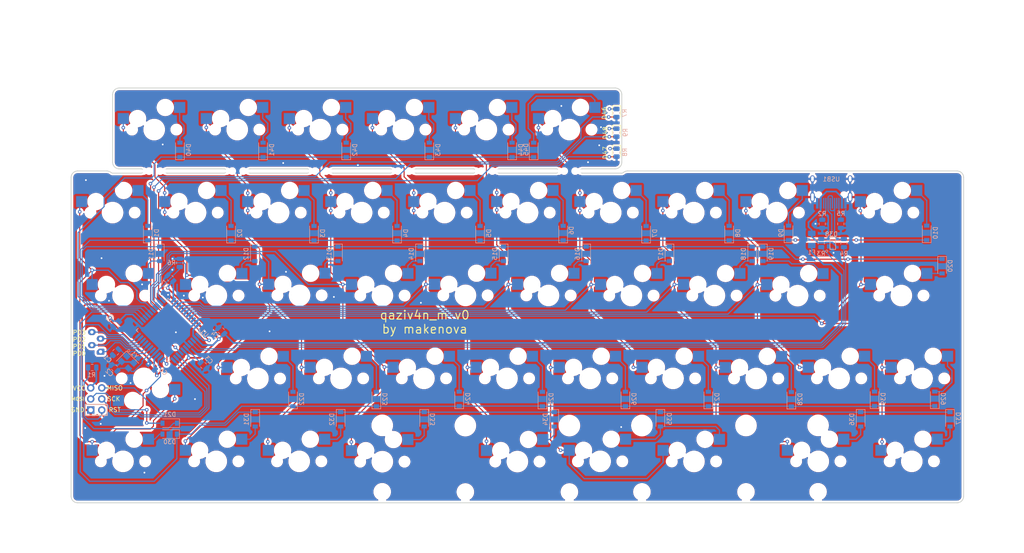
<source format=kicad_pcb>
(kicad_pcb (version 20211014) (generator pcbnew)
  (layers (0 "F.Cu" signal) (31 "B.Cu" signal) (34 "B.Paste" user) (35 "F.Paste" user) (36 "B.SilkS" user "B.Silkscreen") (37 "F.SilkS" user "F.Silkscreen") (38 "B.Mask" user) (39 "F.Mask" user) (44 "Edge.Cuts" user))
  (net 0 "")
  (net 1 "GND")
  (net 2 "Net-(C1-Pad1)")
  (net 3 "Net-(C2-Pad1)")
  (net 4 "Net-(C3-Pad1)")
  (net 5 "+5V")
  (net 6 "Net-(D1-Pad2)")
  (net 7 "ROW0")
  (net 8 "Net-(D2-Pad2)")
  (net 9 "Net-(D3-Pad2)")
  (net 10 "Net-(D4-Pad2)")
  (net 11 "Net-(D5-Pad2)")
  (net 12 "Net-(D6-Pad2)")
  (net 13 "Net-(D7-Pad2)")
  (net 14 "Net-(D8-Pad2)")
  (net 15 "Net-(D9-Pad2)")
  (net 16 "Net-(D10-Pad2)")
  (net 17 "Net-(D11-Pad2)")
  (net 18 "Net-(D12-Pad2)")
  (net 19 "Net-(D13-Pad2)")
  (net 20 "ROW1")
  (net 21 "Net-(D14-Pad2)")
  (net 22 "Net-(D15-Pad2)")
  (net 23 "Net-(D16-Pad2)")
  (net 24 "Net-(D17-Pad2)")
  (net 25 "Net-(D18-Pad2)")
  (net 26 "Net-(D19-Pad2)")
  (net 27 "Net-(D20-Pad2)")
  (net 28 "Net-(D21-Pad2)")
  (net 29 "Net-(D22-Pad2)")
  (net 30 "Net-(D23-Pad2)")
  (net 31 "Net-(D24-Pad2)")
  (net 32 "ROW2")
  (net 33 "Net-(D25-Pad2)")
  (net 34 "Net-(D26-Pad2)")
  (net 35 "Net-(D27-Pad2)")
  (net 36 "Net-(D28-Pad2)")
  (net 37 "Net-(D30-Pad2)")
  (net 38 "Net-(D31-Pad2)")
  (net 39 "Net-(D32-Pad2)")
  (net 40 "Net-(D33-Pad2)")
  (net 41 "Net-(D34-Pad2)")
  (net 42 "ROW3")
  (net 43 "Net-(D37-Pad2)")
  (net 44 "ESD2")
  (net 45 "ESD1")
  (net 46 "RST")
  (net 47 "MOSI")
  (net 48 "SCK")
  (net 49 "MISO")
  (net 50 "COL0")
  (net 51 "COL1")
  (net 52 "COL2")
  (net 53 "COL3")
  (net 54 "COL4")
  (net 55 "COL6")
  (net 56 "COL7")
  (net 57 "COL8")
  (net 58 "COL9")
  (net 59 "COL5")
  (net 60 "Net-(R2-Pad2)")
  (net 61 "D-")
  (net 62 "D+")
  (net 63 "Net-(R5-Pad2)")
  (net 64 "Net-(R6-Pad2)")
  (net 65 "VCC")
  (net 66 "Net-(D35-Pad2)")
  (net 70 "FREE4")
  (net 71 "FREE2")
  (net 72 "FREE3")
  (net 73 "FREE1")
  (net 74 "Net-(D39-Pad2)")
  (net 75 "Net-(D36-Pad2)")
  (net 76 "Net-(D40-Pad2)")
  (net 77 "Net-(D41-Pad2)")
  (net 78 "Net-(D42-Pad2)")
  (net 79 "Net-(D43-Pad2)")
  (net 80 "Net-(D44-Pad2)")
  (net 81 "Net-(D45-Pad2)")
  (net 82 "ROW4")
  (net 83 "Net-(D29-Pad2)")
  (net 84 "Net-(R7-Pad1)")
  (net 85 "Net-(R8-Pad1)")
  (net 86 "Net-(R9-Pad1)")
  (net 87 "LED1")
  (net 88 "LED2")
  (net 89 "LED3")
  (footprint "MX_Only:MXOnly-1U-Hotswap" (layer "F.Cu") (at 44.875 61.525)
    (fp_text reference "MX1")
    (fp_text value "MX-NoLED")
  )
  (footprint "MX_Only:MXOnly-1U-Hotswap" (layer "F.Cu") (at 63.92164 61.525)
    (fp_text reference "MX2")
    (fp_text value "MX-NoLED")
  )
  (footprint "MX_Only:MXOnly-1U-Hotswap" (layer "F.Cu") (at 82.975 61.525)
    (fp_text reference "MX3")
    (fp_text value "MX-NoLED")
  )
  (footprint "MX_Only:MXOnly-1U-Hotswap" (layer "F.Cu") (at 102.025 61.525)
    (fp_text reference "MX4")
    (fp_text value "MX-NoLED")
  )
  (footprint "MX_Only:MXOnly-1U-Hotswap" (layer "F.Cu") (at 121.05 61.525)
    (fp_text reference "MX5")
    (fp_text value "MX-NoLED")
  )
  (footprint "MX_Only:MXOnly-1U-Hotswap" (layer "F.Cu") (at 140.1 61.525)
    (fp_text reference "MX6")
    (fp_text value "MX-NoLED")
  )
  (footprint "MX_Only:MXOnly-1U-Hotswap" (layer "F.Cu") (at 159.175 61.525)
    (fp_text reference "MX7")
    (fp_text value "MX-NoLED")
  )
  (footprint "MX_Only:MXOnly-1U-Hotswap" (layer "F.Cu") (at 178.225 61.525)
    (fp_text reference "MX8")
    (fp_text value "MX-NoLED")
  )
  (footprint "MX_Only:MXOnly-1U-Hotswap" (layer "F.Cu") (at 197.275 61.525)
    (fp_text reference "MX9")
    (fp_text value "MX-NoLED")
  )
  (footprint "MX_Only:MXOnly-1.75U-Hotswap" (layer "F.Cu") (at 223.535607 61.525)
    (fp_text reference "MX10")
    (fp_text value "MX-NoLED")
  )
  (footprint "MX_Only:MXOnly-1U-Hotswap" (layer "F.Cu") (at 68.7 80.575)
    (fp_text reference "MX12")
    (fp_text value "MX-NoLED")
  )
  (footprint "MX_Only:MXOnly-1U-Hotswap" (layer "F.Cu") (at 87.775 80.525)
    (fp_text reference "MX13")
    (fp_text value "MX-NoLED")
  )
  (footprint "MX_Only:MXOnly-1U-Hotswap" (layer "F.Cu") (at 106.8 80.575)
    (fp_text reference "MX14")
    (fp_text value "MX-NoLED")
  )
  (footprint "MX_Only:MXOnly-1U-Hotswap" (layer "F.Cu") (at 125.85 80.525)
    (fp_text reference "MX15")
    (fp_text value "MX-NoLED")
  )
  (footprint "MX_Only:MXOnly-1U-Hotswap" (layer "F.Cu") (at 182.975 80.575)
    (fp_text reference "MX18")
    (fp_text value "MX-NoLED")
  )
  (footprint "MX_Only:MXOnly-1U-Hotswap" (layer "F.Cu") (at 202.05 80.6)
    (fp_text reference "MX19")
    (fp_text value "MX-NoLED")
  )
  (footprint "MX_Only:MXOnly-1.5U-Hotswap" (layer "F.Cu") (at 225.86 80.575)
    (fp_text reference "MX20")
    (fp_text value "MX-NoLED")
  )
  (footprint "MX_Only:MXOnly-1.75U-Hotswap" (layer "F.Cu") (at 52.05 99.6 180)
    (fp_text reference "MX21")
    (fp_text value "MX-NoLED")
  )
  (footprint "MX_Only:MXOnly-1U-Hotswap" (layer "F.Cu") (at 78.225 99.625)
    (fp_text reference "MX22")
    (fp_text value "MX-NoLED")
  )
  (footprint "MX_Only:MXOnly-1U-Hotswap" (layer "F.Cu") (at 97.3 99.6)
    (fp_text reference "MX23")
    (fp_text value "MX-NoLED")
  )
  (footprint "MX_Only:MXOnly-1U-Hotswap" (layer "F.Cu") (at 116.325 99.5934)
    (fp_text reference "MX24")
    (fp_text value "MX-NoLED")
  )
  (footprint "MX_Only:MXOnly-1U-Hotswap" (layer "F.Cu") (at 135.375 99.6)
    (fp_text reference "MX25")
    (fp_text value "MX-NoLED")
  )
  (footprint "MX_Only:MXOnly-1U-Hotswap" (layer "F.Cu") (at 154.45 99.6)
    (fp_text reference "MX26")
    (fp_text value "MX-NoLED")
  )
  (footprint "MX_Only:MXOnly-1U-Hotswap" (layer "F.Cu") (at 173.475 99.6)
    (fp_text reference "MX27")
    (fp_text value "MX-NoLED")
  )
  (footprint "MX_Only:MXOnly-1U-Hotswap" (layer "F.Cu") (at 192.55 99.625)
    (fp_text reference "MX28")
    (fp_text value "MX-NoLED")
  )
  (footprint "MX_Only:MXOnly-1U-Hotswap" (layer "F.Cu") (at 230.618796 99.6)
    (fp_text reference "MX29")
    (fp_text value "MX-NoLED")
  )
  (footprint "MX_Only:MXOnly-1.25U-Hotswap" (layer "F.Cu") (at 47.272474 118.65)
    (fp_text reference "MX30")
    (fp_text value "MX-NoLED")
  )
  (footprint "MX_Only:MXOnly-1U-Hotswap" (layer "F.Cu") (at 68.67 118.65)
    (fp_text reference "MX31")
    (fp_text value "MX-NoLED")
  )
  (footprint "MX_Only:MXOnly-1.25U-Hotswap" (layer "F.Cu") (at 228.254332 118.65)
    (fp_text reference "MX37")
    (fp_text value "MX-NoLED")
  )
  (footprint "MX_Only:MXOnly-1U-Hotswap" (layer "F.Cu") (at 144.9 80.55)
    (fp_text reference "MX16")
    (fp_text value "MX-NoLED")
  )
  (footprint "MX_Only:MXOnly-1.25U-Hotswap" (layer "F.Cu") (at 47.275 80.575)
    (fp_text reference "MX11")
    (fp_text value "MX-NoLED")
  )
  (footprint "MX_Only:MXOnly-1U-Hotswap" (layer "F.Cu") (at 163.925 80.575)
    (fp_text reference "MX17")
    (fp_text value "MX-NoLED")
  )
  (footprint "MX_Only:MXOnly-6.25U-Hotswap-ReversedStabilizers" (layer "F.Cu") (at 156.748632 118.64945)
    (fp_text reference "MX38")
    (fp_text value "MX-NoLED")
  )
  (footprint "MX_Only:MXOnly-1U-Hotswap" (layer "F.Cu") (at 87.7 118.65)
    (fp_text reference "MX32")
    (fp_text value "MX-NoLED")
  )
  (footprint "MX_Only:MXOnly-1U-Hotswap" (layer "F.Cu") (at 106.775 118.725)
    (fp_text reference "MX33")
    (fp_text value "MX-NoLED")
  )
  (footprint "MX_Only:MXOnly-1U-Hotswap" (layer "F.Cu") (at 206.8 118.65)
    (fp_text reference "MX36")
    (fp_text value "MX-NoLED")
  )
  (footprint "MX_Only:MXOnly-2U-Hotswap-ReversedStabilizers" (layer "F.Cu") (at 178.275 118.675)
    (fp_text reference "MX35")
    (fp_text value "MX-NoLED")
  )
  (footprint "MX_Only:MXOnly-2.25U-Hotswap-ReversedStabilizers" (layer "F.Cu") (at 137.760115 118.7)
    (fp_text reference "MX34")
    (fp_text value "MX-NoLED")
  )
  (footprint "Connector_JST:JST_ZE_B04B-ZESK-D_1x04_P1.50mm_Vertical" (layer "F.Cu") (at 42.125 93.47 90)
    (fp_text reference "J3" hide)
    (fp_text value "Conn_01x04_Female")
  )
  (footprint "MX_Only:MXOnly-1U-Hotswap" (layer "F.Cu") (at 149.69 42.46)
    (fp_text reference "MX45")
    (fp_text value "MX-NoLED")
  )
  (footprint "random-keyboard-parts:breakaway-mousebites" (layer "F.Cu") (at 111.63 52.24)
    (fp_text reference "REF**")
    (fp_text value "breakaway-mousebites")
  )
  (footprint "MX_Only:MXOnly-1U-Hotswap" (layer "F.Cu") (at 54.43 42.46)
    (fp_text reference "MX40")
    (fp_text value "MX-NoLED")
  )
  (footprint "MX_Only:MXOnly-1U-Hotswap" (layer "F.Cu") (at 73.48 42.46)
    (fp_text reference "MX41")
    (fp_text value "MX-NoLED")
  )
  (footprint "random-keyboard-parts:breakaway-mousebites" (layer "F.Cu") (at 149.76 52.244)
    (fp_text reference "REF**")
    (fp_text value "breakaway-mousebites")
  )
  (footprint "LED_SMD:LED_0805_2012Metric" (layer "F.Cu") (at 160.479026 43.172734 -90)
    (fp_text reference "D48")
    (fp_text value "LED")
  )
  (footprint "random-keyboard-parts:breakaway-mousebites" (layer "F.Cu") (at 73.59 52.24)
    (fp_text reference "REF**")
    (fp_text value "breakaway-mousebites")
  )
  (footprint "MX_Only:MXOnly-1U-Hotswap" (layer "F.Cu") (at 130.64 42.46)
    (fp_text reference "MX44")
    (fp_text value "MX-NoLED")
  )
  (footprint "LED_SMD:LED_0805_2012Metric" (layer "F.Cu") (at 160.479026 38.653593 -90)
    (fp_text reference "D46")
    (fp_text value "LED")
  )
  (footprint "LED_SMD:LED_0805_2012Metric" (layer "F.Cu") (at 160.479026 47.769231 -90)
    (fp_text reference "D47")
    (fp_text value "LED")
  )
  (footprint "random-keyboard-parts:breakaway-mousebites" (layer "F.Cu") (at 92.61 52.24)
    (fp_text reference "REF**")
    (fp_text value "breakaway-mousebites")
  )
  (footprint "MX_Only:MXOnly-1U-Hotswap" (layer "F.Cu") (at 111.59 42.46)
    (fp_text reference "MX43")
    (fp_text value "MX-NoLED")
  )
  (footprint "MX_Only:MXOnly-1U-Hotswap" (layer "F.Cu") (at 211.58 99.6)
    (fp_text reference "MX39")
    (fp_text value "MX-NoLED")
  )
  (footprint "random-keyboard-parts:breakaway-mousebites" (layer "F.Cu") (at 54.51 52.24)
    (fp_text reference "REF**")
    (fp_text value "breakaway-mousebites")
  )
  (footprint "random-keyboard-parts:breakaway-mousebites" (layer "F.Cu") (at 130.75 52.24)
    (fp_text reference "REF**")
    (fp_text value "breakaway-mousebites")
  )
  (footprint "MX_Only:MXOnly-1U-Hotswap" (layer "F.Cu") (at 92.53 42.46)
    (fp_text reference "MX42")
    (fp_text value "MX-NoLED")
  )
  (footprint "Diode_SMD:D_SOD-123" (layer "B.Cu") (at 52.975 66.225 90)
    (fp_text reference "D1")
    (fp_text value "D_Small")
  )
  (footprint "Diode_SMD:D_SOD-123" (layer "B.Cu") (at 72.06996 66.24828 90)
    (fp_text reference "D2")
    (fp_text value "D_Small")
  )
  (footprint "Diode_SMD:D_SOD-123" (layer "B.Cu") (at 91.09456 66.24828 90)
    (fp_text reference "D3")
    (fp_text value "D_Small")
  )
  (footprint "Diode_SMD:D_SOD-123" (layer "B.Cu") (at 110.14964 66.24828 90)
    (fp_text reference "D4")
    (fp_text value "D_Small")
  )
  (footprint "Diode_SMD:D_SOD-123" (layer "B.Cu") (at 129.20472 66.24828 90)
    (fp_text reference "D5")
    (fp_text value "D_Small")
  )
  (footprint "Diode_SMD:D_SOD-123" (layer "B.Cu") (at 167.29456 66.25844 90)
    (fp_text reference "D7")
    (fp_text value "D_Small")
  )
  (footprint "Diode_SMD:D_SOD-123" (layer "B.Cu") (at 186.35 66.225 90)
    (fp_text reference "D8")
    (fp_text value "D_Small")
  )
  (footprint "Diode_SMD:D_SOD-123" (layer "B.Cu") (at 199.975 66.175 90)
    (fp_text reference "D9")
    (fp_text value "D_Small")
  )
  (footprint "Diode_SMD:D_SOD-123" (layer "B.Cu") (at 231.68 66.17 90)
    (fp_text reference "D10")
    (fp_text value "D_Small")
  )
  (footprint "Diode_SMD:D_SOD-123" (layer "B.Cu") (at 194.078521 71 -90)
    (fp_text reference "D19")
    (fp_text value "D_Small")
  )
  (footprint "Diode_SMD:D_SOD-123" (layer "B.Cu") (at 235.21 73.84 -90)
    (fp_text reference "D20")
    (fp_text value "D_Small")
  )
  (footprint "Diode_SMD:D_SOD-123" (layer "B.Cu") (at 86.27364 104.3432 90)
    (fp_text reference "D22")
    (fp_text value "D_Small")
  )
  (footprint "Diode_SMD:D_SOD-123" (layer "B.Cu") (at 105.40492 104.3432 90)
    (fp_text reference "D23")
    (fp_text value "D_Small")
  )
  (footprint "Diode_SMD:D_SOD-123" (layer "B.Cu") (at 124.4092 104.29748 90)
    (fp_text reference "D24")
    (fp_text value "D_Small")
  )
  (footprint "Diode_SMD:D_SOD-123" (layer "B.Cu") (at 143.51 104.3432 90)
    (fp_text reference "D25")
    (fp_text value "D_Small")
  )
  (footprint "Diode_SMD:D_SOD-123" (layer "B.Cu") (at 162.54476 104.3178 90)
    (fp_text reference "D26")
    (fp_text value "D_Small")
  )
  (footprint "Diode_SMD:D_SOD-123" (layer "B.Cu") (at 200.61936 104.37876 90)
    (fp_text reference "D28")
    (fp_text value "D_Small")
  )
  (footprint "Diode_SMD:D_SOD-123" (layer "B.Cu") (at 233.529879 104.27 90)
    (fp_text reference "D29")
    (fp_text value "D_Small")
  )
  (footprint "Diode_SMD:D_SOD-123" (layer "B.Cu") (at 57.97 112.39 180)
    (fp_text reference "D30")
    (fp_text value "D_Small")
  )
  (footprint "Diode_SMD:D_SOD-123" (layer "B.Cu") (at 77.6 109 -90)
    (fp_text reference "D31")
    (fp_text value "D_Small")
  )
  (footprint "Diode_SMD:D_SOD-123" (layer "B.Cu") (at 146.207535 109 -90)
    (fp_text reference "D34")
    (fp_text value "D_Small")
  )
  (footprint "Diode_SMD:D_SOD-123" (layer "B.Cu") (at 237.02 109 -90)
    (fp_text reference "D37")
    (fp_text value "D_Small")
  )
  (footprint "Resistor_SMD:R_0805_2012Metric" (layer "B.Cu") (at 40.2 97.1 180)
    (fp_text reference "R1")
    (fp_text value "10k")
  )
  (footprint "random-keyboard-parts:Reset_Pretty" (layer "B.Cu") (at 41.134576 104.325802 180)
    (fp_text reference "J1")
    (fp_text value "AVR-ISP-6")
  )
  (footprint "Crystal:Crystal_SMD_3225-4Pin_3.2x2.5mm" (layer "B.Cu") (at 48.31 95.89 -45)
    (fp_text reference "Y1")
    (fp_text value "16MHz")
  )
  (footprint "Diode_SMD:D_SOD-123" (layer "B.Cu") (at 181.575 104.325 90)
    (fp_text reference "D27")
    (fp_text value "D_Small")
  )
  (footprint "Capacitor_SMD:C_0805_2012Metric" (layer "B.Cu") (at 65.74 96.63 -45)
    (fp_text reference "C3")
    (fp_text value "1uF")
  )
  (footprint "Capacitor_SMD:C_0805_2012Metric" (layer "B.Cu") (at 69.83 88.68 135)
    (fp_text reference "C4")
    (fp_text value "0.1uF")
  )
  (footprint "Resistor_SMD:R_0805_2012Metric" (layer "B.Cu") (at 60.29 73.058247 -90)
    (fp_text reference "R6")
    (fp_text value "10k")
  )
  (footprint "Capacitor_SMD:C_0805_2012Metric" (layer "B.Cu") (at 45.32 97.21 135)
    (fp_text reference "C2")
    (fp_text value "22pF")
  )
  (footprint "Diode_SMD:D_SOD-123" (layer "B.Cu") (at 97.21 109 -90)
    (fp_text reference "D32")
    (fp_text value "D_Small")
  )
  (footprint "Diode_SMD:D_SOD-123" (layer "B.Cu") (at 216.52 109 -90)
    (fp_text reference "D36")
    (fp_text value "D_Small")
  )
  (footprint "Diode_SMD:D_SOD-123" (layer "B.Cu") (at 116.377956 109 -90)
    (fp_text reference "D33")
    (fp_text value "D_Small")
  )
  (footprint "Package_QFP:TQFP-44_10x10mm_P0.8mm" (layer "B.Cu") (at 57.619525 88.541163 135)
    (fp_text reference "U1")
    (fp_text value "ATmega32U4-AU")
  )
  (footprint "Capacitor_SMD:C_0805_2012Metric" (layer "B.Cu") (at 58.14 76.62 135)
    (fp_text reference "C7")
    (fp_text value "10uF")
  )
  (footprint "Capacitor_SMD:C_0805_2012Metric" (layer "B.Cu") (at 45.7 87.14 -135)
    (fp_text reference "C5")
    (fp_text value "0.1uF")
  )
  (footprint "Diode_SMD:D_SOD-123" (layer "B.Cu") (at 170.563232 109 -90)
    (fp_text reference "D35")
    (fp_text value "D_Small")
  )
  (footprint "Diode_SMD:D_SOD-123" (layer "B.Cu") (at 148.26 66.22 90)
    (fp_text reference "D6")
    (fp_text value "D_Small")
  )
  (footprint "Resistor_SMD:R_0805_2012Metric" (layer "B.Cu") (at 207.703412 64.10932 90)
    (fp_text reference "R2")
    (fp_text value "5.1k")
  )
  (footprint "Resistor_SMD:R_0805_2012Metric" (layer "B.Cu") (at 207.479892 68.51876 90)
    (fp_text reference "R3")
    (fp_text value "22")
  )
  (footprint "Resistor_SMD:R_0805_2012Metric" (layer "B.Cu") (at 212.676732 68.52892 90)
    (fp_text reference "R4")
    (fp_text value "22")
  )
  (footprint "Resistor_SMD:R_0805_2012Metric" (layer "B.Cu") (at 211.973652 64.10932 90)
    (fp_text reference "R5")
    (fp_text value "5.1k")
  )
  (footprint "Type-C:HRO-TYPE-C-31-M-12-HandSoldering" (layer "B.Cu") (at 209.786729 51.175)
    (fp_text reference "USB1")
    (fp_text value "HRO-TYPE-C-31-M-12")
  )
  (footprint "random-keyboard-parts:SOT143B" (layer "B.Cu") (at 210.126572 68.52892)
    (fp_text reference "D38")
    (fp_text value "PRTR5V0U2X")
  )
  (footprint "Diode_SMD:D_SOD-123" (layer "B.Cu") (at 55.7 71 -90)
    (fp_text reference "D11")
    (fp_text value "D_Small")
  )
  (footprint "Diode_SMD:D_SOD-123" (layer "B.Cu") (at 77.519327 71 -90)
    (fp_text reference "D12")
    (fp_text value "D_Small")
  )
  (footprint "Diode_SMD:D_SOD-123" (layer "B.Cu") (at 96.593177 71 -90)
    (fp_text reference "D13")
    (fp_text value "D_Small")
  )
  (footprint "Diode_SMD:D_SOD-123" (layer "B.Cu") (at 115.422227 71 -90)
    (fp_text reference "D14")
    (fp_text value "D_Small")
  )
  (footprint "Diode_SMD:D_SOD-123" (layer "B.Cu") (at 134.595938 71 -90)
    (fp_text reference "D15")
    (fp_text value "D_Small")
  )
  (footprint "Diode_SMD:D_SOD-123" (layer "B.Cu") (at 153.539344 71 -90)
    (fp_text reference "D16")
    (fp_text value "D_Small")
  )
  (footprint "Diode_SMD:D_SOD-123" (layer "B.Cu") (at 172.656675 71 -90)
    (fp_text reference "D17")
    (fp_text value "D_Small")
  )
  (footprint "Diode_SMD:D_SOD-123" (layer "B.Cu") (at 191.643562 71 -90)
    (fp_text reference "D18")
    (fp_text value "D_Small")
  )
  (footprint "Fuse:Fuse_1206_3216Metric" (layer "B.Cu") (at 205.298652 67.691 90)
    (fp_text reference "F1")
    (fp_text value "Polyfuse_Small")
  )
  (footprint "Diode_SMD:D_SOD-123" (layer "B.Cu") (at 57.99 109.88 180)
    (fp_text reference "D21")
    (fp_text value "D_Small")
  )
  (footprint "Capacitor_SMD:C_0805_2012Metric" (layer "B.Cu") (at 45.6 93.58 -135)
    (fp_text reference "C1")
    (fp_text value "22pF")
  )
  (footprint "Capacitor_SMD:C_0805_2012Metric" (layer "B.Cu") (at 53.88 96.91 135)
    (fp_text reference "C6")
    (fp_text value "0.1uF")
  )
  (footprint "Diode_SMD:D_SOD-123" (layer "B.Cu") (at 98.48 47.12 90)
    (fp_text reference "D42")
    (fp_text value "D_Small")
  )
  (footprint "Diode_SMD:D_SOD-123" (layer "B.Cu") (at 219.71 104.27 90)
    (fp_text reference "D39")
    (fp_text value "D_Small")
  )
  (footprint "Diode_SMD:D_SOD-123" (layer "B.Cu") (at 60.33 47.12 90)
    (fp_text reference "D40")
    (fp_text value "D_Small")
  )
  (footprint "Resistor_SMD:R_0805_2012Metric" (layer "B.Cu") (at 160.49 43.172734 -90)
    (fp_text reference "R9")
    (fp_text value "500")
  )
  (footprint "Diode_SMD:D_SOD-123" (layer "B.Cu") (at 117.55 47.12 90)
    (fp_text reference "D43")
    (fp_text value "D_Small")
  )
  (footprint "Diode_SMD:D_SOD-123" (layer "B.Cu") (at 79.41 47.12 90)
    (fp_text reference "D41")
    (fp_text value "D_Small")
  )
  (footprint "Diode_SMD:D_SOD-123" (layer "B.Cu") (at 136.55 47.12 90)
    (fp_text reference "D44")
    (fp_text value "D_Small")
  )
  (footprint "Resistor_SMD:R_0805_2012Metric" (layer "B.Cu") (at 160.49 38.653593 -90)
    (fp_text reference "R7")
    (fp_text value "500")
  )
  (footprint "Resistor_SMD:R_0805_2012Metric" (layer "B.Cu") (at 160.52 47.754499 -90)
    (fp_text reference "R8")
    (fp_text value "500")
  )
  (footprint "Diode_SMD:D_SOD-123" (layer "B.Cu") (at 141.498473 47.12 90)
    (fp_text reference "D45")
    (fp_text value "D_Small")
  )
  (gr_circle (center 208.74 70.38) (end 208.994 70.38) (layer "B.SilkS") (width 0.12) (fill none))
  (gr_circle (center 48.61 93.24) (end 48.864 93.24) (layer "B.SilkS") (width 0.12) (fill none))
  (gr_arc (start 44.89125 52.465) (mid 44.714473 52.432707) (end 44.560531 52.34) (layer "Edge.Cuts") (width 0.2))
  (gr_arc (start 133.61625 52.465) (mid 133.11625 51.965) (end 133.61625 51.465) (layer "Edge.Cuts") (width 0.2))
  (gr_arc (start 161.71625 49.965) (mid 161.27691 51.02566) (end 160.21625 51.465) (layer "Edge.Cuts") (width 0.2))
  (gr_line (start 240.15375 53.465) (end 240.15375 126.665) (layer "Edge.Cuts") (width 0.2))
  (gr_arc (start 240.15375 126.665) (mid 239.71441 127.72566) (end 238.65375 128.165) (layer "Edge.Cuts") (width 0.2))
  (gr_arc (start 43.568374 51.965) (mid 44.098704 52.061878) (end 44.560531 52.34) (layer "Edge.Cuts") (width 0.2))
  (gr_arc (start 36.86625 128.165) (mid 35.80559 127.72566) (end 35.36625 126.665) (layer "Edge.Cuts") (width 0.2))
  (gr_arc (start 70.46625 51.465) (mid 70.96625 51.965) (end 70.46625 52.465) (layer "Edge.Cuts") (width 0.2))
  (gr_line (start 163.039126 51.965) (end 238.65375 51.965) (layer "Edge.Cuts") (width 0.2))
  (gr_line (start 146.66625 52.465) (end 133.61625 52.465) (layer "Edge.Cuts") (width 0.2))
  (gr_arc (start 162.046969 52.34) (mid 162.508796 52.061878) (end 163.039126 51.965) (layer "Edge.Cuts") (width 0.2))
  (gr_line (start 44.89125 49.965) (end 44.89125 34.415) (layer "Edge.Cuts") (width 0.2))
  (gr_arc (start 89.51625 51.465) (mid 90.01625 51.965) (end 89.51625 52.465) (layer "Edge.Cuts") (width 0.2))
  (gr_arc (start 162.046969 52.34) (mid 161.893027 52.432707) (end 161.71625 52.465) (layer "Edge.Cuts") (width 0.2))
  (gr_arc (start 146.66625 51.465) (mid 147.16625 51.965) (end 146.66625 52.465) (layer "Edge.Cuts") (width 0.2))
  (gr_arc (start 95.51625 52.465) (mid 95.01625 51.965) (end 95.51625 51.465) (layer "Edge.Cuts") (width 0.2))
  (gr_line (start 76.46625 51.465) (end 89.51625 51.465) (layer "Edge.Cuts") (width 0.2))
  (gr_line (start 35.36625 126.665) (end 35.36625 53.465) (layer "Edge.Cuts") (width 0.2))
  (gr_line (start 51.41625 51.465) (end 46.39125 51.465) (layer "Edge.Cuts") (width 0.2))
  (gr_arc (start 46.39125 51.465) (mid 45.33059 51.02566) (end 44.89125 49.965) (layer "Edge.Cuts") (width 0.2))
  (gr_line (start 238.65375 128.165) (end 36.86625 128.165) (layer "Edge.Cuts") (width 0.2))
  (gr_line (start 161.71625 34.415) (end 161.71625 49.965) (layer "Edge.Cuts") (width 0.2))
  (gr_line (start 36.86625 51.965) (end 43.568374 51.965) (layer "Edge.Cuts") (width 0.2))
  (gr_line (start 95.51625 51.465) (end 108.56625 51.465) (layer "Edge.Cuts") (width 0.2))
  (gr_line (start 114.56625 51.465) (end 127.61625 51.465) (layer "Edge.Cuts") (width 0.2))
  (gr_arc (start 238.65375 51.965) (mid 239.71441 52.40434) (end 240.15375 53.465) (layer "Edge.Cuts") (width 0.2))
  (gr_arc (start 44.89125 34.415) (mid 45.33059 33.35434) (end 46.39125 32.915) (layer "Edge.Cuts") (width 0.2))
  (gr_line (start 70.46625 52.465) (end 57.41625 52.465) (layer "Edge.Cuts") (width 0.2))
  (gr_arc (start 152.66625 52.465) (mid 152.16625 51.965) (end 152.66625 51.465) (layer "Edge.Cuts") (width 0.2))
  (gr_arc (start 76.46625 52.465) (mid 75.96625 51.965) (end 76.46625 51.465) (layer "Edge.Cuts") (width 0.2))
  (gr_line (start 108.56625 52.465) (end 95.51625 52.465) (layer "Edge.Cuts") (width 0.2))
  (gr_arc (start 35.36625 53.465) (mid 35.80559 52.40434) (end 36.86625 51.965) (layer "Edge.Cuts") (width 0.2))
  (gr_line (start 89.51625 52.465) (end 76.46625 52.465) (layer "Edge.Cuts") (width 0.2))
  (gr_line (start 46.39125 32.915) (end 160.21625 32.915) (layer "Edge.Cuts") (width 0.2))
  (gr_arc (start 57.41625 52.465) (mid 56.91625 51.965) (end 57.41625 51.465) (layer "Edge.Cuts") (width 0.2))
  (gr_line (start 152.66625 52.465) (end 161.71625 52.465) (layer "Edge.Cuts") (width 0.2))
  (gr_line (start 127.61625 52.465) (end 114.56625 52.465) (layer "Edge.Cuts") (width 0.2))
  (gr_arc (start 51.41625 51.465) (mid 51.91625 51.965) (end 51.41625 52.465) (layer "Edge.Cuts") (width 0.2))
  (gr_line (start 160.21625 51.465) (end 152.66625 51.465) (layer "Edge.Cuts") (width 0.2))
  (gr_line (start 44.89125 52.465) (end 51.41625 52.465) (layer "Edge.Cuts") (width 0.2))
  (gr_arc (start 160.21625 32.915) (mid 161.27691 33.35434) (end 161.71625 34.415) (layer "Edge.Cuts") (width 0.2))
  (gr_line (start 133.61625 51.465) (end 146.66625 51.465) (layer "Edge.Cuts") (width 0.2))
  (gr_arc (start 127.61625 51.465) (mid 128.11625 51.965) (end 127.61625 52.465) (layer "Edge.Cuts") (width 0.2))
  (gr_line (start 57.41625 51.465) (end 70.46625 51.465) (layer "Edge.Cuts") (width 0.2))
  (gr_arc (start 108.56625 51.465) (mid 109.06625 51.965) (end 108.56625 52.465) (layer "Edge.Cuts") (width 0.2))
  (gr_arc (start 114.56625 52.465) (mid 114.06625 51.965) (end 114.56625 51.465) (layer "Edge.Cuts") (width 0.2))
  (gr_text "PD3\nPD2\nPD1\nPD0" (at 37.25 91.475) (layer "F.SilkS") (effects (font (size 1 1))))
  (gr_text "qaziv4n_m v0\nby makenova" (at 116.5 86.67) (layer "F.SilkS") (effects (font (size 2 2) (thickness 0.25))))
  (via (at 38.76 54.06) (size 0.8) (drill 0.4) (layers "F.Cu" "B.Cu") (net 1))
  (via (at 53.088249 96.218249) (size 0.8) (drill 0.4) (layers "F.Cu" "B.Cu") (net 1))
  (via (at 59.41 89.01) (size 0.8) (drill 0.4) (layers "F.Cu" "B.Cu") (net 1))
  (via (at 147.85 37.03) (size 0.8) (drill 0.4) (layers "F.Cu" "B.Cu") (net 1))
  (via (at 210.3 70.76) (size 0.8) (drill 0.4) (layers "F.Cu" "B.Cu") (net 1))
  (via (at 101.17 50.65) (size 0.8) (drill 0.4) (layers "F.Cu" "B.Cu") (net 1))
  (via (at 115.62 82.24) (size 0.8) (drill 0.4) (layers "F.Cu" "B.Cu") (net 1))
  (via (at 206.15 64.09) (size 0.8) (drill 0.4) (layers "F.Cu" "B.Cu") (net 1))
  (via (at 156.54 46.07) (size 0.8) (drill 0.4) (layers "F.Cu" "B.Cu") (net 1))
  (via (at 66.05 88.79) (size 0.8) (drill 0.4) (layers "F.Cu" "B.Cu") (net 1))
  (via (at 38.6 111) (size 0.8) (drill 0.4) (layers "F.Cu" "B.Cu") (net 1))
  (via (at 44.06 81.77) (size 0.8) (drill 0.4) (layers "F.Cu" "B.Cu") (net 1))
  (via (at 84.03 50.14) (size 0.8) (drill 0.4) (layers "F.Cu" "B.Cu") (net 1))
  (via (at 51.65 78.01) (size 0.8) (drill 0.4) (layers "F.Cu" "B.Cu") (net 1))
  (via (at 58.64 72.11) (size 0.8) (drill 0.4) (layers "F.Cu" "B.Cu") (net 1))
  (via (at 65.59 81.04) (size 0.8) (drill 0.4) (layers "F.Cu" "B.Cu") (net 1))
  (via (at 153.97 49.95) (size 0.8) (drill 0.4) (layers "F.Cu" "B.Cu") (net 1))
  (via (at 63.787973 104.352533) (size 0.8) (drill 0.4) (layers "F.Cu" "B.Cu") (net 1))
  (via (at 58.59 74.66) (size 0.8) (drill 0.4) (layers "F.Cu" "B.Cu") (net 1))
  (via (at 43.02 99.02) (size 0.8) (drill 0.4) (layers "F.Cu" "B.Cu") (net 1))
  (via (at 57.61 80.39) (size 0.8) (drill 0.4) (layers "F.Cu" "B.Cu") (net 1))
  (via (at 156.94 41.91) (size 0.8) (drill 0.4) (layers "F.Cu" "B.Cu") (net 1))
  (via (at 80.9 88.79) (size 0.8) (drill 0.4) (layers "F.Cu" "B.Cu") (net 1))
  (via (at 84.67 75.12) (size 0.8) (drill 0.4) (layers "F.Cu" "B.Cu") (net 1))
  (via (at 42.16 110.04) (size 0.8) (drill 0.4) (layers "F.Cu" "B.Cu") (net 1))
  (via (at 56.38 45.88) (size 0.8) (drill 0.4) (layers "F.Cu" "B.Cu") (net 1))
  (via (at 95.66 80.89) (size 0.8) (drill 0.4) (layers "F.Cu" "B.Cu") (net 1))
  (via (at 42.35 71.99) (size 0.8) (drill 0.4) (layers "F.Cu" "B.Cu") (net 1))
  (via (at 161.58 110.77) (size 0.8) (drill 0.4) (layers "F.Cu" "B.Cu") (net 1))
  (via (at 49.01 100.67) (size 0.8) (drill 0.4) (layers "F.Cu" "B.Cu") (net 1))
  (via (at 52.19 121.24) (size 0.8) (drill 0.4) (layers "F.Cu" "B.Cu") (net 1))
  (via (at 61.23 80.59) (size 0.8) (drill 0.4) (layers "F.Cu" "B.Cu") (net 1))
  (segment (start 48.51 86.34) (end 46.44 88.41) (width 0.381) (layer "B.Cu") (net 1))
  (segment (start 59.41 89.200267) (end 59.41 89.01) (width 0.381) (layer "B.Cu") (net 1))
  (segment (start 59.41 89.01) (end 61.676171 89.01) (width 0.381) (layer "B.Cu") (net 1))
  (segment (start 57.477087 75.772913) (end 58.59 74.66) (width 0.381) (layer "B.Cu") (net 1))
  (segment (start 56.06 87.99) (end 57.27 89.2) (width 0.381) (layer "B.Cu") (net 1))
  (segment (start 64.826171 85.86) (end 67.01 85.86) (width 0.381) (layer "B.Cu") (net 1))
  (segment (start 57.477087 75.957087) (end 57.477087 75.772913) (width 0.381) (layer "B.Cu") (net 1))
  (segment (start 50.760589 87.339081) (end 51.411508 87.99) (width 0.381) (layer "B.Cu") (net 1))
  (segment (start 48.62 86.23) (end 49.651508 86.23) (width 0.381) (layer "B.Cu") (net 1))
  (segment (start 62.419525 92.445133) (end 61.650034 91.675642) (width 0.25) (layer "B.Cu") (net 1))
  (segment (start 53.088249 96.218249) (end 53.088249 95.335181) (width 0.381) (layer "B.Cu") (net 1))
  (segment (start 57.27 89.2) (end 59.22 89.2) (width 0.381) (layer "B.Cu") (net 1))
  (segment (start 53.088249 95.335181) (end 54.720387 93.703043) (width 0.381) (layer "B.Cu") (net 1))
  (segment (start 61.47571 91.265977) (end 62.215719 92.005986) (width 0.381) (layer "B.Cu") (net 1))
  (segment (start 210.3 70.76) (end 210.3 70.452348) (width 0.381) (layer "B.Cu") (net 1))
  (segment (start 58.25 88) (end 59.26 89.01) (width 0.381) (layer "B.Cu") (net 1))
  (segment (start 63.912775 86.773396) (end 64.826171 85.86) (width 0.381) (layer "B.Cu") (net 1))
  (segment (start 51.411508 87.99) (end 56.06 87.99) (width 0.381) (layer "B.Cu") (net 1))
  (segment (start 59.22 89.2) (end 59.41 89.01) (width 0.381) (layer "B.Cu") (net 1))
  (segment (start 61.676171 89.01) (end 63.912775 86.773396) (width 0.381) (layer "B.Cu") (net 1))
  (segment (start 48.51 86.34) (end 48.62 86.23) (width 0.381) (layer "B.Cu") (net 1))
  (segment (start 49.651508 86.23) (end 50.760589 87.339081) (width 0.381) (layer "B.Cu") (net 1))
  (segment (start 46.44 88.41) (end 46.44 88.42) (width 0.381) (layer "B.Cu") (net 1))
  (segment (start 54.720387 93.703043) (end 59.41 89.01343) (width 0.381) (layer "B.Cu") (net 1))
  (segment (start 67.01 85.86) (end 69.167087 88.017087) (width 0.381) (layer "B.Cu") (net 1))
  (segment (start 44.657087 96.547087) (end 46.097278 96.547087) (width 0.381) (layer "B.Cu") (net 1))
  (segment (start 62.215719 92.005986) (end 59.41 89.200267) (width 0.381) (layer "B.Cu") (net 1))
  (segment (start 59.26 89.01) (end 59.41 89.01) (width 0.381) (layer "B.Cu") (net 1))
  (segment (start 45.654174 88.42) (end 45.037087 87.802913) (width 0.381) (layer "B.Cu") (net 1))
  (segment (start 46.44 88.42) (end 45.654174 88.42) (width 0.381) (layer "B.Cu") (net 1))
  (segment (start 58.25 83.385205) (end 58.25 88) (width 0.381) (layer "B.Cu") (net 1))
  (segment (start 59.387292 82.247913) (end 58.25 83.385205) (width 0.381) (layer "B.Cu") (net 1))
  (segment (start 46.097278 96.547087) (end 46.931142 95.713223) (width 0.381) (layer "B.Cu") (net 1))
  (segment (start 47.03832 95.820401) (end 49.442482 95.820401) (width 0.381) (layer "B.Cu") (net 1))
  (segment (start 59.41 89.01343) (end 59.41 89.01) (width 0.381) (layer "B.Cu") (net 1))
  (segment (start 210.3 70.452348) (end 209.126572 69.27892) (width 0.381) (layer "B.Cu") (net 1))
  (segment (start 49.274365 93.37) (end 50.32 93.37) (width 0.25) (layer "B.Cu") (net 2))
  (segment (start 46.539168 92.917087) (end 48.133223 94.511142) (width 0.25) (layer "B.Cu") (net 2))
  (segment (start 50.85 93.9) (end 52.260688 93.9) (width 0.25) (layer "B.Cu") (net 2))
  (segment (start 48.133223 94.511142) (end 49.274365 93.37) (width 0.25) (layer "B.Cu") (net 2))
  (segment (start 50.32 93.37) (end 50.85 93.9) (width 0.25) (layer "B.Cu") (net 2))
  (segment (start 52.260688 93.9) (end 53.589016 92.571672) (width 0.25) (layer "B.Cu") (net 2))
  (segment (start 45.982913 97.872913) (end 46.586968 97.268858) (width 0.25) (layer "B.Cu") (net 3))
  (segment (start 49.217919 98) (end 49.77 98) (width 0.25) (layer "B.Cu") (net 3))
  (segment (start 48.486777 97.268858) (end 49.217919 98) (width 0.25) (layer "B.Cu") (net 3))
  (segment (start 51.68 95.612059) (end 54.154702 93.137357) (width 0.25) (layer "B.Cu") (net 3))
  (segment (start 49.77 98) (end 51.68 96.09) (width 0.25) (layer "B.Cu") (net 3))
  (segment (start 51.68 96.09) (end 51.68 95.612059) (width 0.25) (layer "B.Cu") (net 3))
  (segment (start 46.586968 97.268858) (end 48.486777 97.268858) (width 0.25) (layer "B.Cu") (net 3))
  (segment (start 65.045449 95.967087) (end 61.650034 92.571672) (width 0.25) (layer "B.Cu") (net 4))
  (segment (start 65.077087 95.967087) (end 65.045449 95.967087) (width 0.25) (layer "B.Cu") (net 4))
  (segment (start 37.88502 83.41498) (end 37.88502 99.806246) (width 0.381) (layer "F.Cu") (net 5))
  (segment (start 54.84 96.82) (end 44.3 86.28) (width 0.381) (layer "F.Cu") (net 5))
  (segment (start 37.88502 99.806246) (end 39.864576 101.785802) (width 0.381) (layer "F.Cu") (net 5))
  (segment (start 38.74 82.56) (end 37.88502 83.41498) (width 0.381) (layer "F.Cu") (net 5))
  (segment (start 69.24 90.53) (end 57.53 78.82) (width 0.381) (layer "F.Cu") (net 5))
  (segment (start 54.84 98.75) (end 54.84 96.82) (width 0.381) (layer "F.Cu") (net 5))
  (segment (start 55.02 98.93) (end 54.84 98.75) (width 0.381) (layer "F.Cu") (net 5))
  (segment (start 69.24 90.6) (end 64.96 94.88) (width 0.381) (layer "F.Cu") (net 5))
  (segment (start 62.33 94.88) (end 59.43 97.78) (width 0.381) (layer "F.Cu") (net 5))
  (segment (start 69.24 90.6) (end 69.24 90.53) (width 0.381) (layer "F.Cu") (net 5))
  (segment (start 44.3 86.28) (end 44.3 85.69) (width 0.381) (layer "F.Cu") (net 5))
  (segment (start 41.17 82.56) (end 38.74 82.56) (width 0.381) (layer "F.Cu") (net 5))
  (segment (start 44.3 85.69) (end 41.17 82.56) (width 0.381) (layer "F.Cu") (net 5))
  (segment (start 56.17 97.78) (end 55.02 98.93) (width 0.381) (layer "F.Cu") (net 5))
  (segment (start 59.43 97.78) (end 56.17 97.78) (width 0.381) (layer "F.Cu") (net 5))
  (segment (start 64.96 94.88) (end 62.33 94.88) (width 0.381) (layer "F.Cu") (net 5))
  (via (at 69.24 90.6) (size 0.8) (drill 0.4) (layers "F.Cu" "B.Cu") (net 5))
  (via (at 55.02 98.93) (size 0.8) (drill 0.4) (layers "F.Cu" "B.Cu") (net 5))
  (via (at 62.33 94.88) (size 0.8) (drill 0.4) (layers "F.Cu" "B.Cu") (net 5))
  (via (at 57.53 78.82) (size 0.8) (drill 0.4) (layers "F.Cu" "B.Cu") (net 5))
  (via (at 44.3 85.69) (size 0.8) (drill 0.4) (layers "F.Cu" "B.Cu") (net 5))
  (segment (start 41.1375 97.1) (end 41.1375 100.3225) (width 0.381) (layer "B.Cu") (net 5))
  (segment (start 69.24 90.6) (end 67.88 91.96) (width 0.381) (layer "B.Cu") (net 5))
  (segment (start 207.453626 91.45949) (end 72.60949 91.45949) (width 0.381) (layer "B.Cu") (net 5))
  (segment (start 58.821607 77.301607) (end 58.821607 81.682227) (width 0.381) (layer "B.Cu") (net 5))
  (segment (start 57.53 78.82) (end 57.53 78.555826) (width 0.381) (layer "B.Cu") (net 5))
  (segment (start 67.88 91.96) (end 65.563845 91.96) (width 0.381) (layer "B.Cu") (net 5))
  (segment (start 47.94 84.9) (end 46.362913 86.477087) (width 0.381) (layer "B.Cu") (net 5))
  (segment (start 65.563845 91.96) (end 63.912775 90.30893) (width 0.381) (layer "B.Cu") (net 5))
  (segment (start 49.21 84.9) (end 47.94 84.9) (width 0.381) (layer "B.Cu") (net 5))
  (segment (start 49.21 84.9) (end 49.452879 84.9) (width 0.381) (layer "B.Cu") (net 5))
  (segment (start 62.33 94.383009) (end 61.084348 93.137357) (width 0.381) (layer "B.Cu") (net 5))
  (segment (start 49.452879 84.9) (end 51.326275 86.773396) (width 0.381) (layer "B.Cu") (net 5))
  (segment (start 55.02 98.15) (end 54.431751 97.561751) (width 0.381) (layer "B.Cu") (net 5))
  (segment (start 208.03 73.44) (end 209.77 73.44) (width 0.381) (layer "B.Cu") (net 5))
  (segment (start 54.431751 97.561751) (end 54.431751 95.12305) (width 0.381) (layer "B.Cu") (net 5))
  (segment (start 45.087087 86.477087) (end 44.3 85.69) (width 0.381) (layer "B.Cu") (net 5))
  (segment (start 63.363657 88.453885) (end 64.478461 87.339081) (width 0.381) (layer "B.Cu") (net 5))
  (segment (start 212.19397 75.86397) (end 212.19397 86.719146) (width 0.381) (layer "B.Cu") (net 5))
  (segment (start 70.492913 89.347087) (end 69.24 90.6) (width 0.381) (layer "B.Cu") (net 5))
  (segment (start 46.362913 86.477087) (end 45.087087 86.477087) (width 0.381) (layer "B.Cu") (net 5))
  (segment (start 205.298652 69.091) (end 205.298652 70.708652) (width 0.381) (layer "B.Cu") (net 5))
  (segment (start 209.77 73.44) (end 212.19397 75.86397) (width 0.381) (layer "B.Cu") (net 5))
  (segment (start 72.60949 91.45949) (end 70.492913 89.342913) (width 0.381) (layer "B.Cu") (net 5))
  (segment (start 62.33 94.88) (end 62.33 94.383009) (width 0.381) (layer "B.Cu") (net 5))
  (segment (start 57.53 78.555826) (end 58.802913 77.282913) (width 0.381) (layer "B.Cu") (net 5))
  (segment (start 205.298652 70.708652) (end 208.03 73.44) (width 0.381) (layer "B.Cu") (net 5))
  (segment (start 39.864576 101.595424) (end 41.1375 100.3225) (width 0.381) (layer "B.Cu") (net 5))
  (segment (start 212.19397 86.719146) (end 207.453626 91.45949) (width 0.381) (layer "B.Cu") (net 5))
  (segment (start 54.431751 95.12305) (end 55.286073 94.268728) (width 0.381) (layer "B.Cu") (net 5))
  (segment (start 63.912775 90.30893) (end 63.363657 89.759812) (width 0.381) (layer "B.Cu") (net 5))
  (segment (start 63.363657 89.759812) (end 63.363657 88.453885) (width 0.381) (layer "B.Cu") (net 5))
  (segment (start 58.802913 77.282913) (end 58.821607 77.301607) (width 0.381) (layer "B.Cu") (net 5))
  (segment (start 70.492913 89.342913) (end 70.492913 89.347087) (width 0.381) (layer "B.Cu") (net 5))
  (segment (start 55.02 98.93) (end 55.02 98.15) (width 0.381) (layer "B.Cu") (net 5))
  (segment (start 50.795 56.445) (end 50.717 56.445) (width 0.25) (layer "B.Cu") (net 6))
  (segment (start 52.975 58.625) (end 52.975 64.575) (width 0.25) (layer "B.Cu") (net 6))
  (segment (start 52.975 58.625) (end 50.795 56.445) (width 0.25) (layer "B.Cu") (net 6))
  (segment (start 201.556 67.818) (end 201.549 67.825) (width 0.25) (layer "F.Cu") (net 7))
  (segment (start 215.510148 67.818) (end 201.556 67.818) (width 0.25) (layer "F.Cu") (net 7))
  (via (at 215.510148 67.818) (size 0.8) (drill 0.4) (layers "F.Cu" "B.Cu") (net 7))
  (via (at 201.549 67.825) (size 0.8) (drill 0.4) (layers "F.Cu" "B.Cu") (net 7))
  (segment (start 52.975 67.875) (end 72.04668 67.875) (width 0.25) (layer "B.Cu") (net 7))
  (segment (start 148.29844 67.90844) (end 148.26 67.87) (width 0.25) (layer "B.Cu") (net 7))
  (segment (start 199.925 67.875) (end 199.975 67.825) (width 0.25) (layer "B.Cu") (net 7))
  (segment (start 51.39485 83.447859) (end 53.023331 85.07634) (width 0.25) (layer "B.Cu") (net 7))
  (segment (start 40.267859 83.447859) (end 50.572141 83.447859) (width 0.25) (layer "B.Cu") (net 7))
  (segment (start 186.35 67.875) (end 167.328 67.875) (width 0.25) (layer "B.Cu") (net 7))
  (segment (start 37.465 70.104) (end 37.465 80.645) (width 0.25) (layer "B.Cu") (net 7))
  (segment (start 199.975 67.825) (end 201.549 67.825) (width 0.25) (layer "B.Cu") (net 7))
  (segment (start 215.512148 67.82) (end 215.510148 67.818) (width 0.25) (layer "B.Cu") (net 7))
  (segment (start 129.20472 67.89828) (end 148.23172 67.89828) (width 0.25) (layer "B.Cu") (net 7))
  (segment (start 52.975 67.875) (end 39.694 67.875) (width 0.25) (layer "B.Cu") (net 7))
  (segment (start 148.23172 67.89828) (end 148.26 67.87) (width 0.25) (layer "B.Cu") (net 7))
  (segment (start 72.06996 67.89828) (end 91.09456 67.89828) (width 0.25) (layer "B.Cu") (net 7))
  (segment (start 50.572141 83.447859) (end 51.39485 83.447859) (width 0.25) (layer "B.Cu") (net 7))
  (segment (start 91.09456 67.89828) (end 110.14964 67.89828) (width 0.25) (layer "B.Cu") (net 7))
  (segment (start 231.68 67.82) (end 215.512148 67.82) (width 0.25) (layer "B.Cu") (net 7))
  (segment (start 72.04668 67.875) (end 72.06996 67.89828) (width 0.25) (layer "B.Cu") (net 7))
  (segment (start 186.35 67.875) (end 199.925 67.875) (width 0.25) (layer "B.Cu") (net 7))
  (segment (start 39.694 67.875) (end 37.465 70.104) (width 0.25) (layer "B.Cu") (net 7))
  (segment (start 37.465 80.645) (end 40.267859 83.447859) (width 0.25) (layer "B.Cu") (net 7))
  (segment (start 110.14964 67.89828) (end 129.20472 67.89828) (width 0.25) (layer "B.Cu") (net 7))
  (segment (start 167.29456 67.90844) (end 148.29844 67.90844) (width 0.25) (layer "B.Cu") (net 7))
  (segment (start 72.06996 64.59828) (end 72.06996 58.75132) (width 0.25) (layer "B.Cu") (net 8))
  (segment (start 72.06996 58.75132) (end 69.76364 56.445) (width 0.25) (layer "B.Cu") (net 8))
  (segment (start 91.09456 58.72256) (end 88.817 56.445) (width 0.25) (layer "B.Cu") (net 9))
  (segment (start 91.09456 64.59828) (end 91.09456 58.72256) (width 0.25) (layer "B.Cu") (net 9))
  (segment (start 110.14964 64.59828) (end 110.14964 58.72764) (width 0.25) (layer "B.Cu") (net 10))
  (segment (start 110.14964 58.72764) (end 107.867 56.445) (width 0.25) (layer "B.Cu") (net 10))
  (segment (start 129.20472 64.59828) (end 129.20472 58.75772) (width 0.25) (layer "B.Cu") (net 11))
  (segment (start 129.20472 58.75772) (end 126.892 56.445) (width 0.25) (layer "B.Cu") (net 11))
  (segment (start 148.26 58.763) (end 145.942 56.445) (width 0.25) (layer "B.Cu") (net 12))
  (segment (start 148.26 64.57) (end 148.26 58.763) (width 0.25) (layer "B.Cu") (net 12))
  (segment (start 167.29456 64.60844) (end 167.29456 58.72256) (width 0.25) (layer "B.Cu") (net 13))
  (segment (start 167.29456 58.72256) (end 165.017 56.445) (width 0.25) (layer "B.Cu") (net 13))
  (segment (start 186.35 64.575) (end 186.35 58.728) (width 0.25) (layer "B.Cu") (net 14))
  (segment (start 186.35 58.728) (end 184.067 56.445) (width 0.25) (layer "B.Cu") (net 14))
  (segment (start 199.975 64.525) (end 199.975 61.625) (width 0.25) (layer "B.Cu") (net 15))
  (segment (start 199.975 61.625) (end 203.117 58.483) (width 0.25) (layer "B.Cu") (net 15))
  (segment (start 203.117 58.483) (end 203.117 56.445) (width 0.25) (layer "B.Cu") (net 15))
  (segment (start 231.68 58.747393) (end 229.377607 56.445) (width 0.25) (layer "B.Cu") (net 16))
  (segment (start 231.68 64.52) (end 231.68 58.747393) (width 0.25) (layer "B.Cu") (net 16))
  (segment (start 53.79 72.65) (end 53.117 73.323) (width 0.25) (layer "B.Cu") (net 17))
  (segment (start 53.117 73.323) (end 53.621401 72.818599) (width 0.25) (layer "B.Cu") (net 17))
  (segment (start 55.7 72.65) (end 53.79 72.65) (width 0.25) (layer "B.Cu") (net 17))
  (segment (start 53.117 75.495) (end 53.117 73.323) (width 0.25) (layer "B.Cu") (net 17))
  (segment (start 75.36 72.65) (end 74.542 73.468) (width 0.25) (layer "B.Cu") (net 18))
  (segment (start 77.519327 72.65) (end 75.36 72.65) (width 0.25) (layer "B.Cu") (net 18))
  (segment (start 74.542 73.468) (end 74.542 75.495) (width 0.25) (layer "B.Cu") (net 18))
  (segment (start 93.617 75.445) (end 93.617 73.283) (width 0.25) (layer "B.Cu") (net 19))
  (segment (start 94.25 72.65) (end 96.593177 72.65) (width 0.25) (layer "B.Cu") (net 19))
  (segment (start 93.617 73.283) (end 94.25 72.65) (width 0.25) (layer "B.Cu") (net 19))
  (segment (start 203.275 72.225) (end 213.614 72.225) (width 0.25) (layer "F.Cu") (net 20))
  (via (at 213.614 72.225) (size 0.8) (drill 0.4) (layers "F.Cu" "B.Cu") (net 20))
  (via (at 203.275 72.225) (size 0.8) (drill 0.4) (layers "F.Cu" "B.Cu") (net 20))
  (segment (start 52.073362 82.995) (end 53.589016 84.510654) (width 0.25) (layer "B.Cu") (net 20))
  (segment (start 51.755 82.995) (end 52.073362 82.995) (width 0.25) (layer "B.Cu") (net 20))
  (segment (start 201.565 72.225) (end 203.275 72.225) (width 0.25) (layer "B.Cu") (net 20))
  (segment (start 191.643562 69.35) (end 194.078521 69.35) (width 0.25) (layer "B.Cu") (net 20))
  (segment (start 213.649 72.19) (end 213.614 72.225) (width 0.25) (layer "B.Cu") (net 20))
  (segment (start 115.422227 69.35) (end 134.595938 69.35) (width 0.25) (layer "B.Cu") (net 20))
  (segment (start 55.7 69.35) (end 38.854718 69.35) (width 0.25) (layer "B.Cu") (net 20))
  (segment (start 40.45141 82.995) (end 51.755 82.995) (width 0.25) (layer "B.Cu") (net 20))
  (segment (start 55.7 69.35) (end 77.519327 69.35) (width 0.25) (layer "B.Cu") (net 20))
  (segment (start 77.519327 69.35) (end 96.593177 69.35) (width 0.25) (layer "B.Cu") (net 20))
  (segment (start 37.91501 80.4586) (end 40.45141 82.995) (width 0.25) (layer "B.Cu") (net 20))
  (segment (start 96.593177 69.35) (end 115.422227 69.35) (width 0.25) (layer "B.Cu") (net 20))
  (segment (start 153.539344 69.35) (end 172.656675 69.35) (width 0.25) (layer "B.Cu") (net 20))
  (segment (start 37.91501 74.18501) (end 37.91501 80.4586) (width 0.25) (layer "B.Cu") (net 20))
  (segment (start 235.21 72.19) (end 213.649 72.19) (width 0.25) (layer "B.Cu") (net 20))
  (segment (start 37.91501 70.289708) (end 37.91501 74.18501) (width 0.25) (layer "B.Cu") (net 20))
  (segment (start 38.854718 69.35) (end 37.91501 70.289708) (width 0.25) (layer "B.Cu") (net 20))
  (segment (start 194.078521 69.35) (end 198.69 69.35) (width 0.25) (layer "B.Cu") (net 20))
  (segment (start 198.69 69.35) (end 201.565 72.225) (width 0.25) (layer "B.Cu") (net 20))
  (segment (start 172.656675 69.35) (end 191.643562 69.35) (width 0.25) (layer "B.Cu") (net 20))
  (segment (start 134.595938 69.35) (end 153.539344 69.35) (width 0.25) (layer "B.Cu") (net 20))
  (segment (start 113.7 72.65) (end 115.422227 72.65) (width 0.25) (layer "B.Cu") (net 21))
  (segment (start 112.642 75.495) (end 112.642 73.708) (width 0.25) (layer "B.Cu") (net 21))
  (segment (start 112.642 73.708) (end 113.7 72.65) (width 0.25) (layer "B.Cu") (net 21))
  (segment (start 132.79 72.65) (end 134.595938 72.65) (width 0.25) (layer "B.Cu") (net 22))
  (segment (start 131.692 73.748) (end 132.79 72.65) (width 0.25) (layer "B.Cu") (net 22))
  (segment (start 131.692 75.445) (end 131.692 73.748) (width 0.25) (layer "B.Cu") (net 22))
  (segment (start 150.742 75.47) (end 150.742 73.618) (width 0.25) (layer "B.Cu") (net 23))
  (segment (start 151.71 72.65) (end 153.539344 72.65) (width 0.25) (layer "B.Cu") (net 23))
  (segment (start 150.742 73.618) (end 151.71 72.65) (width 0.25) (layer "B.Cu") (net 23))
  (segment (start 170.53 72.65) (end 172.656675 72.65) (width 0.25) (layer "B.Cu") (net 24))
  (segment (start 169.767 73.413) (end 170.53 72.65) (width 0.25) (layer "B.Cu") (net 24))
  (segment (start 169.767 75.495) (end 169.767 73.413) (width 0.25) (layer "B.Cu") (net 24))
  (segment (start 190 72.65) (end 191.643562 72.65) (width 0.25) (layer "B.Cu") (net 25))
  (segment (start 188.817 75.495) (end 188.817 73.833) (width 0.25) (layer "B.Cu") (net 25))
  (segment (start 188.817 73.833) (end 190 72.65) (width 0.25) (layer "B.Cu") (net 25))
  (segment (start 200.06 72.65) (end 200.71 73.3) (width 0.25) (layer "B.Cu") (net 26))
  (segment (start 194.078521 72.65) (end 200.06 72.65) (width 0.25) (layer "B.Cu") (net 26))
  (segment (start 200.71 73.3) (end 205.672 73.3) (width 0.25) (layer "B.Cu") (net 26))
  (segment (start 205.672 73.3) (end 207.892 75.52) (width 0.25) (layer "B.Cu") (net 26))
  (segment (start 235.205 75.495) (end 235.21 75.49) (width 0.25) (layer "B.Cu") (net 27))
  (segment (start 231.702 75.495) (end 235.205 75.495) (width 0.25) (layer "B.Cu") (net 27))
  (segment (start 52.72 109.83) (end 52.72 106.80646) (width 0.25) (layer "F.Cu") (net 28))
  (via (at 52.72 109.83) (size 0.8) (drill 0.4) (layers "F.Cu" "B.Cu") (net 28))
  (via (at 52.72 106.80646) (size 0.8) (drill 0.4) (layers "F.Cu" "B.Cu") (net 28))
  (segment (start 46.208 106.428) (end 46.208 104.68) (width 0.25) (layer "B.Cu") (net 28))
  (segment (start 52.72 106.80646) (end 46.58646 106.80646) (width 0.25) (layer "B.Cu") (net 28))
  (segment (start 56.34 109.88) (end 52.77 109.88) (width 0.25) (layer "B.Cu") (net 28))
  (segment (start 46.58646 106.80646) (end 46.208 106.428) (width 0.25) (layer "B.Cu") (net 28))
  (segment (start 52.77 109.88) (end 52.72 109.83) (width 0.25) (layer "B.Cu") (net 28))
  (segment (start 84.045 94.545) (end 86.27364 96.77364) (width 0.25) (layer "B.Cu") (net 29))
  (segment (start 86.27364 96.77364) (end 86.27364 102.6932) (width 0.25) (layer "B.Cu") (net 29))
  (segment (start 103.17 94.52) (end 105.40492 96.75492) (width 0.25) (layer "B.Cu") (net 30))
  (segment (start 105.40492 96.75492) (end 105.40492 102.6932) (width 0.25) (layer "B.Cu") (net 30))
  (segment (start 122.1634 94.5134) (end 124.4092 96.7592) (width 0.25) (layer "B.Cu") (net 31))
  (segment (start 124.4092 96.7592) (end 124.4092 102.64748) (width 0.25) (layer "B.Cu") (net 31))
  (segment (start 50.760589 89.743245) (end 49.533834 90.97) (width 0.25) (layer "B.Cu") (net 32))
  (segment (start 59.64 109.88) (end 70.61 109.88) (width 0.25) (layer "B.Cu") (net 32))
  (segment (start 219.71 105.92) (end 233.529879 105.92) (width 0.25) (layer "B.Cu") (net 32))
  (segment (start 70.61 109.88) (end 74.4968 105.9932) (width 0.25) (layer "B.Cu") (net 32))
  (segment (start 40.59 111.13) (end 37.91501 108.45501) (width 0.25) (layer "B.Cu") (net 32))
  (segment (start 37.91501 108.45501) (end 37.91501 88.15501) (width 0.25) (layer "B.Cu") (net 32))
  (segment (start 57.64 111.13) (end 40.59 111.13) (width 0.25) (layer "B.Cu") (net 32))
  (segment (start 58.89 109.88) (end 57.64 111.13) (width 0.25) (layer "B.Cu") (net 32))
  (segment (start 124.4092 105.94748) (end 143.46428 105.94748) (width 0.25) (layer "B.Cu") (net 32))
  (segment (start 219.60124 106.02876) (end 219.71 105.92) (width 0.25) (layer "B.Cu") (net 32))
  (segment (start 181.575 105.975) (end 200.5656 105.975) (width 0.25) (layer "B.Cu") (net 32))
  (segment (start 47.35096 89.57096) (end 43.97096 89.57096) (width 0.25) (layer "B.Cu") (net 32))
  (segment (start 200.61936 106.02876) (end 219.60124 106.02876) (width 0.25) (layer "B.Cu") (net 32))
  (segment (start 162.51936 105.9932) (end 162.54476 105.9678) (width 0.25) (layer "B.Cu") (net 32))
  (segment (start 59.64 109.88) (end 58.89 109.88) (width 0.25) (layer "B.Cu") (net 32))
  (segment (start 38.79002 87.28) (end 37.91501 88.15501) (width 0.25) (layer "B.Cu") (net 32))
  (segment (start 143.46428 105.94748) (end 143.51 105.9932) (width 0.25) (layer "B.Cu") (net 32))
  (segment (start 41.68 87.28) (end 38.79002 87.28) (width 0.25) (layer "B.Cu") (net 32))
  (segment (start 105.40492 105.9932) (end 124.36348 105.9932) (width 0.25) (layer "B.Cu") (net 32))
  (segment (start 49.533834 90.97) (end 48.75 90.97) (width 0.25) (layer "B.Cu") (net 32))
  (segment (start 48.75 90.97) (end 47.35096 89.57096) (width 0.25) (layer "B.Cu") (net 32))
  (segment (start 143.51 105.9932) (end 162.51936 105.9932) (width 0.25) (layer "B.Cu") (net 32))
  (segment (start 200.5656 105.975) (end 200.61936 106.02876) (width 0.25) (layer "B.Cu") (net 32))
  (segment (start 181.5678 105.9678) (end 181.575 105.975) (width 0.25) (layer "B.Cu") (net 32))
  (segment (start 43.97096 89.57096) (end 41.68 87.28) (width 0.25) (layer "B.Cu") (net 32))
  (segment (start 162.54476 105.9678) (end 181.5678 105.9678) (width 0.25) (layer "B.Cu") (net 32))
  (segment (start 86.27364 105.9932) (end 105.40492 105.9932) (width 0.25) (layer "B.Cu") (net 32))
  (segment (start 74.4968 105.9932) (end 86.27364 105.9932) (width 0.25) (layer "B.Cu") (net 32))
  (segment (start 124.36348 105.9932) (end 124.4092 105.94748) (width 0.25) (layer "B.Cu") (net 32))
  (segment (start 143.51 96.885) (end 143.51 102.6932) (width 0.25) (layer "B.Cu") (net 33))
  (segment (start 141.145 94.52) (end 143.51 96.885) (width 0.25) (layer "B.Cu") (net 33))
  (segment (start 160.22 94.52) (end 162.54476 96.84476) (width 0.25) (layer "B.Cu") (net 34))
  (segment (start 162.54476 96.84476) (end 162.54476 102.6678) (width 0.25) (layer "B.Cu") (net 34))
  (segment (start 181.575 96.775) (end 181.575 102.675) (width 0.25) (layer "B.Cu") (net 35))
  (segment (start 179.32 94.52) (end 181.575 96.775) (width 0.25) (layer "B.Cu") (net 35))
  (segment (start 198.392 94.545) (end 198.545 94.545) (width 0.25) (layer "B.Cu") (net 36))
  (segment (start 200.61936 96.61936) (end 200.61936 102.72876) (width 0.25) (layer "B.Cu") (net 36))
  (segment (start 198.545 94.545) (end 200.61936 96.61936) (width 0.25) (layer "B.Cu") (net 36))
  (segment (start 54.51 113.57) (end 55.69 112.39) (width 0.25) (layer "B.Cu") (net 37))
  (segment (start 53.114474 113.57) (end 54.51 113.57) (width 0.25) (layer "B.Cu") (net 37))
  (segment (start 55.69 112.39) (end 56.32 112.39) (width 0.25) (layer "B.Cu") (net 37))
  (segment (start 77.6 110.65) (end 77.6 112.36) (width 0.25) (layer "B.Cu") (net 38))
  (segment (start 77.6 112.36) (end 76.39 113.57) (width 0.25) (layer "B.Cu") (net 38))
  (segment (start 76.39 113.57) (end 74.512 113.57) (width 0.25) (layer "B.Cu") (net 38))
  (segment (start 96.38 113.57) (end 97.21 112.74) (width 0.25) (layer "B.Cu") (net 39))
  (segment (start 93.542 113.57) (end 96.38 113.57) (width 0.25) (layer "B.Cu") (net 39))
  (segment (start 97.21 112.74) (end 97.21 110.65) (width 0.25) (layer "B.Cu") (net 39))
  (segment (start 115.455 113.645) (end 116.377956 112.722044) (width 0.25) (layer "B.Cu") (net 40))
  (segment (start 116.377956 112.722044) (end 116.377956 110.65) (width 0.25) (layer "B.Cu") (net 40))
  (segment (start 112.617 113.645) (end 115.455 113.645) (width 0.25) (layer "B.Cu") (net 40))
  (segment (start 146.207535 112.542465) (end 146.207535 110.65) (width 0.25) (layer "B.Cu") (net 41))
  (segment (start 143.602115 113.62) (end 145.13 113.62) (width 0.25) (layer "B.Cu") (net 41))
  (segment (start 145.13 113.62) (end 146.207535 112.542465) (width 0.25) (layer "B.Cu") (net 41))
  (segment (start 39.6522 123.2182) (end 37.465 121.031) (width 0.25) (layer "B.Cu") (net 42))
  (segment (start 50.031148 84.346899) (end 51.89196 86.207711) (width 0.25) (layer "B.Cu") (net 42))
  (segment (start 116.377956 107.35) (end 97.21 107.35) (width 0.25) (layer "B.Cu") (net 42))
  (segment (start 59.62 118.0564) (end 54.4582 123.2182) (width 0.25) (layer "B.Cu") (net 42))
  (segment (start 54.4582 123.2182) (end 39.6522 123.2182) (width 0.25) (layer "B.Cu") (net 42))
  (segment (start 73.775718 107.35) (end 70.796197 110.32952) (width 0.25) (layer "B.Cu") (net 42))
  (segment (start 116.377956 107.35) (end 146.207535 107.35) (width 0.25) (layer "B.Cu") (net 42))
  (segment (start 59.62 112.39) (end 59.62 118.0564) (width 0.25) (layer "B.Cu") (net 42))
  (segment (start 170.563232 107.35) (end 146.207535 107.35) (width 0.25) (layer "B.Cu") (net 42))
  (segment (start 77.6 107.35) (end 73.775718 107.35) (width 0.25) (layer "B.Cu") (net 42))
  (segment (start 37.465 121.031) (end 37.465 86.995) (width 0.25) (layer "B.Cu") (net 42))
  (segment (start 70.796197 110.32952) (end 64.98048 110.32952) (width 0.25) (layer "B.Cu") (net 42))
  (segment (start 62.92 112.39) (end 59.62 112.39) (width 0.25) (layer "B.Cu") (net 42))
  (segment (start 97.21 107.35) (end 77.6 107.35) (width 0.25) (layer "B.Cu") (net 42))
  (segment (start 237.02 107.35) (end 216.52 107.35) (width 0.25) (layer "B.Cu") (net 42))
  (segment (start 170.563232 107.35) (end 216.52 107.35) (width 0.25) (layer "B.Cu") (net 42))
  (segment (start 37.465 86.995) (end 40.113101 84.346899) (width 0.25) (layer "B.Cu") (net 42))
  (segment (start 64.98048 110.32952) (end 62.92 112.39) (width 0.25) (layer "B.Cu") (net 42))
  (segment (start 40.113101 84.346899) (end 50.031148 84.346899) (width 0.25) (layer "B.Cu") (net 42))
  (segment (start 234.096332 113.57) (end 236.43 113.57) (width 0.25) (layer "B.Cu") (net 43))
  (segment (start 236.43 113.57) (end 237.02 112.98) (width 0.25) (layer "B.Cu") (net 43))
  (segment (start 237.02 112.98) (end 237.02 110.65) (width 0.25) (layer "B.Cu") (net 43))
  (segment (start 209.536729 60.894022) (end 209.722707 61.08) (width 0.25) (layer "B.Cu") (net 44))
  (segment (start 209.536729 59.37) (end 209.536729 60.894022) (width 0.25) (layer "B.Cu") (net 44))
  (segment (start 211.126572 67.57892) (end 212.664232 67.57892) (width 0.25) (layer "B.Cu") (net 44))
  (segment (start 210.536729 60.806729) (end 210.536729 59.37) (width 0.25) (layer "B.Cu") (net 44))
  (segment (start 210.263458 61.08) (end 210.536729 60.806729) (width 0.25) (layer "B.Cu") (net 44))
  (segment (start 210.536729 66.989077) (end 210.536729 59.37) (width 0.25) (layer "B.Cu") (net 44))
  (segment (start 212.664232 67.57892) (end 212.676732 67.59142) (width 0.25) (layer "B.Cu") (net 44))
  (segment (start 209.722707 61.08) (end 210.263458 61.08) (width 0.25) (layer "B.Cu") (net 44))
  (segment (start 211.126572 67.57892) (end 210.536729 66.989077) (width 0.25) (layer "B.Cu") (net 44))
  (segment (start 209.850751 57.66) (end 210.036729 57.845978) (width 0.25) (layer "B.Cu") (net 45))
  (segment (start 210.036729 57.845978) (end 210.036729 59.37) (width 0.25) (layer "B.Cu") (net 45))
  (segment (start 209.126572 67.57892) (end 207.482232 67.57892) (width 0.25) (layer "B.Cu") (net 45))
  (segment (start 209.036729 61.103271) (end 209.036729 59.37) (width 0.25) (layer "B.Cu") (net 45))
  (segment (start 209.31 57.66) (end 209.850751 57.66) (width 0.25) (layer "B.Cu") (net 45))
  (segment (start 209.036729 57.933271) (end 209.31 57.66) (width 0.25) (layer "B.Cu") (net 45))
  (segment (start 209.89 61.956542) (end 209.036729 61.103271) (width 0.25) (layer "B.Cu") (net 45))
  (segment (start 209.036729 59.37) (end 209.036729 57.933271) (width 0.25) (layer "B.Cu") (net 45))
  (segment (start 209.126572 67.113428) (end 209.89 66.35) (width 0.25) (layer "B.Cu") (net 45))
  (segment (start 209.126572 67.57892) (end 209.126572 67.113428) (width 0.25) (layer "B.Cu") (net 45))
  (segment (start 209.89 66.35) (end 209.89 61.956542) (width 0.25) (layer "B.Cu") (net 45))
  (segment (start 52.67 102.38) (end 51.88 103.17) (width 0.25) (layer "F.Cu") (net 46))
  (segment (start 51.88 103.17) (end 51.88 104.22) (width 0.25) (layer "F.Cu") (net 46))
  (segment (start 48.92 108.88) (end 51.88 105.92) (width 0.25) (layer "F.Cu") (net 46))
  (segment (start 48.92 108.88) (end 48.631658 109.168342) (width 0.25) (layer "F.Cu") (net 46))
  (segment (start 43.608342 109.168342) (end 44.628342 109.168342) (width 0.25) (layer "F.Cu") (net 46))
  (segment (start 51.88 104.22) (end 51.88 105.92) (width 0.25) (layer "F.Cu") (net 46))
  (segment (start 42.404576 106.865802) (end 42.404576 107.964576) (width 0.25) (layer "F.Cu") (net 46))
  (segment (start 48.631658 109.168342) (end 44.628342 109.168342) (width 0.25) (layer "F.Cu") (net 46))
  (segment (start 51.88 103.34) (end 51.88 104.22) (width 0.25) (layer "F.Cu") (net 46))
  (segment (start 42.404576 107.964576) (end 43.608342 109.168342) (width 0.25) (layer "F.Cu") (net 46))
  (via (at 52.67 102.38) (size 0.8) (drill 0.4) (layers "F.Cu" "B.Cu") (net 46))
  (segment (start 52.67 102.38) (end 55.880479 99.169521) (width 0.25) (layer "B.Cu") (net 46))
  (segment (start 42.404576 108.035424) (end 41.51 108.93) (width 0.25) (layer "B.Cu") (net 46))
  (segment (start 38.36453 108.23547) (end 38.36453 100.49547) (width 0.25) (layer "B.Cu") (net 46))
  (segment (start 55.368139 96.558139) (end 55.368139 95.318032) (width 0.25) (layer "B.Cu") (net 46))
  (segment (start 38.36453 100.49547) (end 39.2625 99.5975) (width 0.25) (layer "B.Cu") (net 46))
  (segment (start 55.880479 97.070479) (end 55.368139 96.558139) (width 0.25) (layer "B.Cu") (net 46))
  (segment (start 41.51 108.93) (end 39.05906 108.93) (width 0.25) (layer "B.Cu") (net 46))
  (segment (start 39.2625 99.5975) (end 39.2625 97.1) (width 0.25) (layer "B.Cu") (net 46))
  (segment (start 55.880479 99.169521) (end 55.880479 97.070479) (width 0.25) (layer "B.Cu") (net 46))
  (segment (start 42.404576 106.865802) (end 42.404576 108.035424) (width 0.25) (layer "B.Cu") (net 46))
  (segment (start 55.368139 95.318032) (end 55.851758 94.834413) (width 0.25) (layer "B.Cu") (net 46))
  (segment (start 39.05906 108.93) (end 38.36453 108.23547) (width 0.25) (layer "B.Cu") (net 46))
  (segment (start 51.07 107.41) (end 51.64048 107.98048) (width 0.25) (layer "B.Cu") (net 47))
  (segment (start 66.53048 106.303802) (end 66.53048 101.977601) (width 0.25) (layer "B.Cu") (net 47))
  (segment (start 66.53048 101.977601) (end 59.387292 94.834413) (width 0.25) (layer "B.Cu") (net 47))
  (segment (start 44.4 103.99) (end 44.4 106.18) (width 0.25) (layer "B.Cu") (net 47))
  (segment (start 41.140378 103.05) (end 43.46 103.05) (width 0.25) (layer "B.Cu") (net 47))
  (segment (start 43.46 103.05) (end 44.4 103.99) (width 0.25) (layer "B.Cu") (net 47))
  (segment (start 64.853802 107.98048) (end 66.53048 106.303802) (width 0.25) (layer "B.Cu") (net 47))
  (segment (start 51.64048 107.98048) (end 64.853802 107.98048) (width 0.25) (layer "B.Cu") (net 47))
  (segment (start 39.864576 104.325802) (end 41.140378 103.05) (width 0.25) (layer "B.Cu") (net 47))
  (segment (start 45.63 107.41) (end 51.07 107.41) (width 0.25) (layer "B.Cu") (net 47))
  (segment (start 44.4 106.18) (end 45.63 107.41) (width 0.25) (layer "B.Cu") (net 47))
  (segment (start 66.98 101.87) (end 66.98 101.295751) (width 0.25) (layer "B.Cu") (net 48))
  (segment (start 65.04 108.43) (end 51.76 108.43) (width 0.25) (layer "B.Cu") (net 48))
  (segment (start 50.85952 107.85952) (end 51.43 108.43) (width 0.25) (layer "B.Cu") (net 48))
  (segment (start 43.94 106.355718) (end 45.443802 107.85952) (width 0.25) (layer "B.Cu") (net 48))
  (segment (start 51.43 108.43) (end 51.76 108.43) (width 0.25) (layer "B.Cu") (net 48))
  (segment (start 66.98 101.295751) (end 59.952977 94.268728) (width 0.25) (layer "B.Cu") (net 48))
  (segment (start 42.404576 104.325802) (end 43.94 105.861226) (width 0.25) (layer "B.Cu") (net 48))
  (segment (start 43.94 105.861226) (end 43.94 106.355718) (width 0.25) (layer "B.Cu") (net 48))
  (segment (start 45.443802 107.85952) (end 50.85952 107.85952) (width 0.25) (layer "B.Cu") (net 48))
  (segment (start 66.98 101.87) (end 66.98 106.49) (width 0.25) (layer "B.Cu") (net 48))
  (segment (start 66.98 106.49) (end 65.04 108.43) (width 0.25) (layer "B.Cu") (net 48))
  (segment (start 64.667604 107.53096) (end 66.08096 106.117604) (width 0.25) (layer "B.Cu") (net 49))
  (segment (start 55.63096 107.53096) (end 57.65904 107.53096) (width 0.25) (layer "B.Cu") (net 49))
  (segment (start 42.404576 101.785802) (end 49.885802 101.785802) (width 0.25) (layer "B.Cu") (net 49))
  (segment (start 58.840099 95.400099) (end 58.821607 95.400099) (width 0.25) (layer "B.Cu") (net 49))
  (segment (start 57.65904 107.53096) (end 64.667604 107.53096) (width 0.25) (layer "B.Cu") (net 49))
  (segment (start 49.885802 101.785802) (end 55.63096 107.53096) (width 0.25) (layer "B.Cu") (net 49))
  (segment (start 66.08096 106.117604) (end 66.08096 102.64096) (width 0.25) (layer "B.Cu") (net 49))
  (segment (start 66.08096 102.64096) (end 58.840099 95.400099) (width 0.25) (layer "B.Cu") (net 49))
  (segment (start 53.59 111.22) (end 45.74 111.22) (width 0.25) (layer "F.Cu") (net 50))
  (segment (start 59.13 104.29) (end 59.13 104.444614) (width 0.25) (layer "F.Cu") (net 50))
  (segment (start 37.37 77.58) (end 40.19 74.76) (width 0.25) (layer "F.Cu") (net 50))
  (segment (start 54.26 110.55) (end 53.59 111.22) (width 0.25) (layer "F.Cu") (net 50))
  (segment (start 45.74 111.22) (end 42.83 114.13) (width 0.25) (layer "F.Cu") (net 50))
  (segment (start 37.338 71.908) (end 37.338 61.328) (width 0.25) (layer "F.Cu") (net 50))
  (segment (start 59.13 104.444614) (end 54.26 109.314614) (width 0.25) (layer "F.Cu") (net 50))
  (segment (start 40.19 74.76) (end 37.338 71.908) (width 0.25) (layer "F.Cu") (net 50))
  (segment (start 40.19 114.13) (end 38.83 114.13) (width 0.25) (layer "F.Cu") (net 50))
  (segment (start 38.83 114.13) (end 37.37 112.67) (width 0.25) (layer "F.Cu") (net 50))
  (segment (start 54.26 109.314614) (end 54.26 110.55) (width 0.25) (layer "F.Cu") (net 50))
  (segment (start 42.83 114.13) (end 40.19 114.13) (width 0.25) (layer "F.Cu") (net 50))
  (segment (start 37.37 112.67) (end 37.37 77.58) (width 0.25) (layer "F.Cu") (net 50))
  (via (at 40.19 74.76) (size 0.8) (drill 0.4) (layers "F.Cu" "B.Cu") (net 50))
  (via (at 59.13 104.29) (size 0.8) (drill 0.4) (layers "F.Cu" "B.Cu") (net 50))
  (via (at 37.338 61.328) (size 0.8) (drill 0.4) (layers "F.Cu" "B.Cu") (net 50))
  (via (at 40.19 114.13) (size 0.8) (drill 0.4) (layers "F.Cu" "B.Cu") (net 50))
  (segment (start 59.135 102.14) (end 59.135 104.285) (width 0.25) (layer "B.Cu") (net 50))
  (segment (start 54.154702 83.944969) (end 52.431851 82.222118) (width 0.25) (layer "B.Cu") (net 50))
  (segment (start 37.338 61.328) (end 37.338 60.582) (width 0.25) (layer "B.Cu") (net 50))
  (segment (start 40.19 78.035) (end 40.19 74.76) (width 0.25) (layer "B.Cu") (net 50))
  (segment (start 40.19 116.107474) (end 40.187474 116.11) (width 0.25) (layer "B.Cu") (net 50))
  (segment (start 46.7 77.59) (end 43.87 74.76) (width 0.25) (layer "B.Cu") (net 50))
  (segment (start 37.338 60.582) (end 37.34 60.58) (width 0.25) (layer "B.Cu") (net 50))
  (segment (start 51.402118 82.222118) (end 50.46 81.28) (width 0.25) (layer "B.Cu") (net 50))
  (segment (start 50.46 81.28) (end 50.46 79.45) (width 0.25) (layer "B.Cu") (net 50))
  (segment (start 37.34 59.435) (end 37.79 58.985) (width 0.25) (layer "B.Cu") (net 50))
  (segment (start 40.19 114.13) (end 40.19 116.107474) (width 0.25) (layer "B.Cu") (net 50))
  (segment (start 50.46 79.45) (end 48.6 77.59) (width 0.25) (layer "B.Cu") (net 50))
  (segment (start 37.34 60.58) (end 37.34 59.435) (width 0.25) (layer "B.Cu") (net 50))
  (segment (start 43.87 74.76) (end 40.19 74.76) (width 0.25) (layer "B.Cu") (net 50))
  (segment (start 48.6 77.59) (end 46.7 77.59) (width 0.25) (layer "B.Cu") (net 50))
  (segment (start 52.431851 82.222118) (end 51.402118 82.222118) (width 0.25) (layer "B.Cu") (net 50))
  (segment (start 59.135 104.285) (end 59.13 104.29) (width 0.25) (layer "B.Cu") (net 50))
  (segment (start 61.59 114) (end 69.15 106.44) (width 0.25) (layer "F.Cu") (net 51))
  (segment (start 56.84 65.18) (end 56.84 61.42) (width 0.25) (layer "F.Cu") (net 51))
  (segment (start 54.61 53.41) (end 56.83 55.63) (width 0.25) (layer "F.Cu") (net 51))
  (segment (start 68.59 75.89) (end 70.2 77.5) (width 0.25) (layer "F.Cu") (net 51))
  (segment (start 69.15 97.09) (end 69.15 95.99) (width 0.25) (layer "F.Cu") (net 51))
  (segment (start 60.82 69.16) (end 56.84 65.18) (width 0.25) (layer "F.Cu") (net 51))
  (segment (start 47.35 43.27) (end 54.61 50.53) (width 0.25) (layer "F.Cu") (net 51))
  (segment (start 61.93 70.27) (end 60.82 69.16) (width 0.25) (layer "F.Cu") (net 51))
  (segment (start 80.924 84.216) (end 80.924 82.774) (width 0.25) (layer "F.Cu") (net 51))
  (segment (start 61.93 75.89) (end 61.93 70.27) (width 0.25) (layer "F.Cu") (net 51))
  (segment (start 61.93 75.89) (end 68.59 75.89) (width 0.25) (layer "F.Cu") (net 51))
  (segment (start 70.2 77.5) (end 75.65 77.5) (width 0.25) (layer "F.Cu") (net 51))
  (segment (start 69.15 106.44) (end 69.15 97.09) (width 0.25) (layer "F.Cu") (net 51))
  (segment (start 56.83 55.63) (end 56.83 56.99) (width 0.25) (layer "F.Cu") (net 51))
  (segment (start 69.15 95.99) (end 80.924 84.216) (width 0.25) (layer "F.Cu") (net 51))
  (segment (start 47.35 42.02) (end 47.35 43.27) (width 0.25) (layer "F.Cu") (net 51))
  (segment (start 75.65 77.5) (end 80.924 82.774) (width 0.25) (layer "F.Cu") (net 51))
  (segment (start 54.61 50.53) (end 54.61 53.41) (width 0.25) (layer "F.Cu") (net 51))
  (via (at 56.83 56.99) (size 0.8) (drill 0.4) (layers "F.Cu" "B.Cu") (net 51))
  (via (at 61.59 114) (size 0.8) (drill 0.4) (layers "F.Cu" "B.Cu") (net 51))
  (via (at 61.93 75.89) (size 0.8) (drill 0.4) (layers "F.Cu" "B.Cu") (net 51))
  (via (at 56.84 61.42) (size 0.8) (drill 0.4) (layers "F.Cu" "B.Cu") (net 51))
  (via (at 69.15 97.09) (size 0.8) (drill 0.4) (layers "F.Cu" "B.Cu") (net 51))
  (via (at 47.35 42.02) (size 0.8) (drill 0.4) (layers "F.Cu" "B.Cu") (net 51))
  (segment (start 61.61 75.57) (end 61.61 73.32) (width 0.25) (layer "B.Cu") (net 51))
  (segment (start 56.83664 58.985) (end 56.83664 61.41664) (width 0.25) (layer "B.Cu") (net 51))
  (segment (start 54.53904 80.935195) (end 55.851758 82.247913) (width 0.25) (layer "B.Cu") (net 51))
  (segment (start 55.84 77.56) (end 54.53904 78.86096) (width 0.25) (layer "B.Cu") (net 51))
  (segment (start 47.345 42.015) (end 47.35 42.02) (width 0.25) (layer "B.Cu") (net 51))
  (segment (start 61.35 73.06) (end 58.871436 73.06) (width 0.25) (layer "B.Cu") (net 51))
  (segment (start 58.871436 73.06) (end 55.84 76.091436) (width 0.25) (layer "B.Cu") (net 51))
  (segment (start 56.83 56.99) (end 56.83 58.97836) (width 0.25) (layer "B.Cu") (net 51))
  (segment (start 55.84 76.091436) (end 55.84 77.56) (width 0.25) (layer "B.Cu") (net 51))
  (segment (start 56.83 58.97836) (end 56.83664 58.985) (width 0.25) (layer "B.Cu") (net 51))
  (segment (start 61.585 116.11) (end 61.585 114.005) (width 0.25) (layer "B.Cu") (net 51))
  (segment (start 61.615 78.035) (end 61.615 76.205) (width 0.25) (layer "B.Cu") (net 51))
  (segment (start 61.615 76.205) (end 61.93 75.89) (width 0.25) (layer "B.Cu") (net 51))
  (segment (start 54.53904 78.86096) (end 54.53904 80.935195) (width 0.25) (layer "B.Cu") (net 51))
  (segment (start 61.93 75.89) (end 61.61 75.57) (width 0.25) (layer "B.Cu") (net 51))
  (segment (start 69.15 97.09) (end 71.135 97.09) (width 0.25) (layer "B.Cu") (net 51))
  (segment (start 61.585 114.005) (end 61.59 114) (width 0.25) (layer "B.Cu") (net 51))
  (segment (start 71.135 97.09) (end 71.14 97.085) (width 0.25) (layer "B.Cu") (net 51))
  (segment (start 61.61 73.32) (end 61.35 73.06) (width 0.25) (layer "B.Cu") (net 51))
  (segment (start 47.345 39.92) (end 47.345 42.015) (width 0.25) (layer "B.Cu") (net 51))
  (segment (start 56.83664 61.41664) (end 56.84 61.42) (width 0.25) (layer "B.Cu") (net 51))
  (segment (start 88.23 103.78) (end 80.54 111.47) (width 0.25) (layer "F.Cu") (net 52))
  (segment (start 78.6 77.98) (end 78.6 69.83) (width 0.25) (layer "F.Cu") (net 52))
  (segment (start 80.5 111.51) (end 80.5 114.15) (width 0.25) (layer "F.Cu") (net 52))
  (segment (start 80.54 111.47) (end 80.5 111.51) (width 0.25) (layer "F.Cu") (net 52))
  (segment (start 78.6 79.814282) (end 80.837859 82.052141) (width 0.25) (layer "F.Cu") (net 52))
  (segment (start 88.23 89.444282) (end 88.23 97.06) (width 0.25) (layer "F.Cu") (net 52))
  (segment (start 80.837859 82.052141) (end 88.23 89.444282) (width 0.25) (layer "F.Cu") (net 52))
  (segment (start 75.89 61.05) (end 75.89 67.12) (width 0.25) (layer "F.Cu") (net 52))
  (segment (start 75.89 57.05) (end 75.89 55.36) (width 0.25) (layer "F.Cu") (net 52))
  (segment (start 73.51 50.99) (end 66.39 43.87) (width 0.25) (layer "F.Cu") (net 52))
  (segment (start 88.23 97.06) (end 88.23 103.78) (width 0.25) (layer "F.Cu") (net 52))
  (segment (start 75.89 55.36) (end 73.51 52.98) (width 0.25) (layer "F.Cu") (net 52))
  (segment (start 66.39 43.87) (end 66.39 41.98) (width 0.25) (layer "F.Cu") (net 52))
  (segment (start 78.6 69.83) (end 75.89 67.12) (width 0.25) (layer "F.Cu") (net 52))
  (segment (start 73.51 52.98) (end 73.51 50.99) (width 0.25) (layer "F.Cu") (net 52))
  (segment (start 78.6 77.98) (end 78.6 79.814282) (width 0.25) (layer "F.Cu") (net 52))
  (via (at 80.5 114.15) (size 0.8) (drill 0.4) (layers "F.Cu" "B.Cu") (net 52))
  (via (at 75.89 61.05) (size 0.8) (drill 0.4) (layers "F.Cu" "B.Cu") (net 52))
  (via (at 75.89 57.05) (size 0.8) (drill 0.4) (layers "F.Cu" "B.Cu") (net 52))
  (via (at 88.23 97.06) (size 0.8) (drill 0.4) (layers "F.Cu" "B.Cu") (net 52))
  (via (at 78.6 77.98) (size 0.8) (drill 0.4) (layers "F.Cu" "B.Cu") (net 52))
  (via (at 66.39 41.98) (size 0.8) (drill 0.4) (layers "F.Cu" "B.Cu") (net 52))
  (segment (start 78.605 77.985) (end 78.6 77.98) (width 0.25) (layer "B.Cu") (net 52))
  (segment (start 57.83952 73.456198) (end 55.39 75.905718) (width 0.25) (layer "B.Cu") (net 52))
  (segment (start 54.08952 81.617045) (end 55.286073 82.813598) (width 0.25) (layer "B.Cu") (net 52))
  (segment (start 55.39 77.365718) (end 54.08952 78.666198) (width 0.25) (layer "B.Cu") (net 52))
  (segment (start 80.5 114.15) (end 80.5 115.995) (width 0.25) (layer "B.Cu") (net 52))
  (segment (start 80.69 77.985) (end 80.69 72.83) (width 0.25) (layer "B.Cu") (net 52))
  (segment (start 80.69 72.83) (end 78.76952 70.90952) (width 0.25) (layer "B.Cu") (net 52))
  (segment (start 75.89 57.05) (end 75.89 58.985) (width 0.25) (layer "B.Cu") (net 52))
  (segment (start 58.416198 70.90952) (end 57.83952 71.486198) (width 0.25) (layer "B.Cu") (net 52))
  (segment (start 66.395 41.975) (end 66.39 41.98) (width 0.25) (layer "B.Cu") (net 52))
  (segment (start 55.39 75.905718) (end 55.39 77.365718) (width 0.25) (layer "B.Cu") (net 52))
  (segment (start 75.89 58.985) (end 75.89 61.05) (width 0.25) (layer "B.Cu") (net 52))
  (segment (start 78.76952 70.90952) (end 58.416198 70.90952) (width 0.25) (layer "B.Cu") (net 52))
  (segment (start 66.395 39.92) (end 66.395 41.975) (width 0.25) (layer "B.Cu") (net 52))
  (segment (start 57.83952 71.486198) (end 57.83952 73.456198) (width 0.25) (layer "B.Cu") (net 52))
  (segment (start 88.23 97.06) (end 90.215 97.06) (width 0.25) (layer "B.Cu") (net 52))
  (segment (start 80.69 77.985) (end 78.605 77.985) (width 0.25) (layer "B.Cu") (net 52))
  (segment (start 54.08952 78.666198) (end 54.08952 81.617045) (width 0.25) (layer "B.Cu") (net 52))
  (segment (start 80.5 115.995) (end 80.615 116.11) (width 0.25) (layer "B.Cu") (net 52))
  (segment (start 94.94 61.06) (end 94.94 75.25) (width 0.25) (layer "F.Cu") (net 53))
  (segment (start 103.925 105.25) (end 99.675 109.5) (width 0.25) (layer "F.Cu") (net 53))
  (segment (start 97.72 87.46) (end 107.26 97) (width 0.25) (layer "F.Cu") (net 53))
  (segment (start 85.45 43.7) (end 92.44 50.69) (width 0.25) (layer "F.Cu") (net 53))
  (segment (start 94.94 75.25) (end 97.72 78.03) (width 0.25) (layer "F.Cu") (net 53))
  (segment (start 92.44 50.69) (end 92.44 52.87) (width 0.25) (layer "F.Cu") (net 53))
  (segment (start 97.72 78.03) (end 97.72 87.46) (width 0.25) (layer "F.Cu") (net 53))
  (segment (start 94.95 56.99) (end 94.95 55.38) (width 0.25) (layer "F.Cu") (net 53))
  (segment (start 107.26 97) (end 107.26 101.915) (width 0.25) (layer "F.Cu") (net 53))
  (segment (start 107.26 101.915) (end 103.925 105.25) (width 0.25) (layer "F.Cu") (net 53))
  (segment (start 94.95 55.38) (end 92.44 52.87) (width 0.25) (layer "F.Cu") (net 53))
  (segment (start 99.675 109.5) (end 99.675 114.2) (width 0.25) (layer "F.Cu") (net 53))
  (segment (start 85.45 42.07) (end 85.45 43.7) (width 0.25) (layer "F.Cu") (net 53))
  (via (at 99.675 114.2) (size 0.8) (drill 0.4) (layers "F.Cu" "B.Cu") (net 53))
  (via (at 94.95 56.99) (size 0.8) (drill 0.4) (layers "F.Cu" "B.Cu") (net 53))
  (via (at 97.72 78.03) (size 0.8) (drill 0.4) (layers "F.Cu" "B.Cu") (net 53))
  (via (at 85.45 42.07) (size 0.8) (drill 0.4) (layers "F.Cu" "B.Cu") (net 53))
  (via (at 107.26 97) (size 0.8) (drill 0.4) (layers "F.Cu" "B.Cu") (net 53))
  (via (at 94.94 61.06) (size 0.8) (drill 0.4) (layers "F.Cu" "B.Cu") (net 53))
  (segment (start 57.39 73.27) (end 54.93 75.730001) (width 0.25) (layer "B.Cu") (net 53))
  (segment (start 85.445 42.065) (end 85.45 42.07) (width 0.25) (layer "B.Cu") (net 53))
  (segment (start 109.1866 97) (end 109.24 97.0534) (width 0.25) (layer "B.Cu") (net 53))
  (segment (start 94.95 58.975) (end 94.94 58.985) (width 0.25) (layer "B.Cu") (net 53))
  (segment (start 99.71 78.03) (end 99.715 78.035) (width 0.25) (layer "B.Cu") (net 53))
  (segment (start 97.72 78.03) (end 99.71 78.03) (width 0.25) (layer "B.Cu") (net 53))
  (segment (start 82.18 70.46) (end 58.23 70.46) (width 0.25) (layer "B.Cu") (net 53))
  (segment (start 107.26 97) (end 109.1866 97) (width 0.25) (layer "B.Cu") (net 53))
  (segment (start 94.95 56.99) (end 94.95 58.975) (width 0.25) (layer "B.Cu") (net 53))
  (segment (start 53.64 82.298896) (end 54.720387 83.379283) (width 0.25) (layer "B.Cu") (net 53))
  (segment (start 54.93 77.19) (end 53.64 78.48) (width 0.25) (layer "B.Cu") (net 53))
  (segment (start 99.675 114.2) (end 99.675 116.17) (width 0.25) (layer "B.Cu") (net 53))
  (segment (start 54.93 75.730001) (end 54.93 77.19) (width 0.25) (layer "B.Cu") (net 53))
  (segment (start 58.23 70.46) (end 57.39 71.3) (width 0.25) (layer "B.Cu") (net 53))
  (segment (start 99.675 116.17) (end 99.69 116.185) (width 0.25) (layer "B.Cu") (net 53))
  (segment (start 85.445 39.92) (end 85.445 42.065) (width 0.25) (layer "B.Cu") (net 53))
  (segment (start 94.94 58.985) (end 94.94 61.06) (width 0.25) (layer "B.Cu") (net 53))
  (segment (start 57.39 71.3) (end 57.39 73.27) (width 0.25) (layer "B.Cu") (net 53))
  (segment (start 89.75 78.03) (end 82.18 70.46) (width 0.25) (layer "B.Cu") (net 53))
  (segment (start 53.64 78.48) (end 53.64 82.298896) (width 0.25) (layer "B.Cu") (net 53))
  (segment (start 97.72 78.03) (end 89.75 78.03) (width 0.25) (layer "B.Cu") (net 53))
  (segment (start 113.98 55.51) (end 113.98 57) (width 0.25) (layer "F.Cu") (net 54))
  (segment (start 111.77 53.3) (end 113.98 55.51) (width 0.25) (layer "F.Cu") (net 54))
  (segment (start 126.3 89.27) (end 117.05 80.02) (width 0.25) (layer "F.Cu") (net 54))
  (segment (start 113.97 61.05) (end 113.97 64.34) (width 0.25) (layer "F.Cu") (net 54))
  (segment (start 116.77 77.98) (end 116.77 67.14) (width 0.25) (layer "F.Cu") (net 54))
  (segment (start 126.3 97.06) (end 126.3 89.27) (width 0.25) (layer "F.Cu") (net 54))
  (segment (start 104.5 42.03) (end 104.5 43.95) (width 0.25) (layer "F.Cu") (net 54))
  (segment (start 111.77 51.22) (end 111.77 53.3) (width 0.25) (layer "F.Cu") (net 54))
  (segment (start 126.3 97.06) (end 126.3 103.575) (width 0.25) (layer "F.Cu") (net 54))
  (segment (start 116.77 79.74) (end 117.05 80.02) (width 0.25) (layer "F.Cu") (net 54))
  (segment (start 129.7 106.975) (end 130.675 107.95) (width 0.25) (layer "F.Cu") (net 54))
  (segment (start 116.77 77.98) (end 116.77 79.74) (width 0.25) (layer "F.Cu") (net 54))
  (segment (start 126.3 103.575) (end 129.7 106.975) (width 0.25) (layer "F.Cu") (net 54))
  (segment (start 104.5 43.95) (end 111.77 51.22) (width 0.25) (layer "F.Cu") (net 54))
  (segment (start 130.675 107.95) (end 130.675 114.025) (width 0.25) (layer "F.Cu") (net 54))
  (segment (start 116.77 67.14) (end 113.97 64.34) (width 0.25) (layer "F.Cu") (net 54))
  (via (at 104.5 42.03) (size 0.8) (drill 0.4) (layers "F.Cu" "B.Cu") (net 54))
  (via (at 116.77 77.98) (size 0.8) (drill 0.4) (layers "F.Cu" "B.Cu") (net 54))
  (via (at 113.98 57) (size 0.8) (drill 0.4) (layers "F.Cu" "B.Cu") (net 54))
  (via (at 113.97 61.05) (size 0.8) (drill 0.4) (layers "F.Cu" "B.Cu") (net 54))
  (via (at 130.675 114.025) (size 0.8) (drill 0.4) (layers "F.Cu" "B.Cu") (net 54))
  (via (at 126.3 97.06) (size 0.8) (drill 0.4) (layers "F.Cu" "B.Cu") (net 54))
  (segment (start 111.72 83.03) (end 81.48 83.03) (width 0.25) (layer "B.Cu") (net 54))
  (segment (start 118.76 77.98) (end 118.765 77.985) (width 0.25) (layer "B.Cu") (net 54))
  (segment (start 126.3 97.06) (end 128.29 97.06) (width 0.25) (layer "B.Cu") (net 54))
  (segment (start 113.98 58.97) (end 113.965 58.985) (width 0.25) (layer "B.Cu") (net 54))
  (segment (start 113.98 57) (end 113.98 58.97) (width 0.25) (layer "B.Cu") (net 54))
  (segment (start 116.77 77.98) (end 111.72 83.03) (width 0.25) (layer "B.Cu") (net 54))
  (segment (start 116.77 77.98) (end 118.76 77.98) (width 0.25) (layer "B.Cu") (net 54))
  (segment (start 130.675 116.159885) (end 130.675115 116.16) (width 0.25) (layer "B.Cu") (net 54))
  (segment (start 130.675 114.025) (end 130.675 116.159885) (width 0.25) (layer "B.Cu") (net 54))
  (segment (start 60.686575 82.08) (end 64.86 82.08) (width 0.25) (layer "B.Cu") (net 54))
  (segment (start 64.86 82.08) (end 65.81 83.03) (width 0.25) (layer "B.Cu") (net 54))
  (segment (start 104.505 42.025) (end 104.5 42.03) (width 0.25) (layer "B.Cu") (net 54))
  (segment (start 59.952977 82.813598) (end 60.686575 82.08) (width 0.25) (layer "B.Cu") (net 54))
  (segment (start 104.505 39.92) (end 104.505 42.025) (width 0.25) (layer "B.Cu") (net 54))
  (segment (start 113.965 58.985) (end 113.965 61.045) (width 0.25) (layer "B.Cu") (net 54))
  (segment (start 113.965 61.045) (end 113.97 61.05) (width 0.25) (layer "B.Cu") (net 54))
  (segment (start 65.81 83.03) (end 81.48 83.03) (width 0.25) (layer "B.Cu") (net 54))
  (segment (start 154.68 84) (end 164.33 93.65) (width 0.25) (layer "F.Cu") (net 55))
  (segment (start 152.1 57.01) (end 152.1 55.64) (width 0.25) (layer "F.Cu") (net 55))
  (segment (start 149.86 50.75) (end 149.86 53.4) (width 0.25) (layer "F.Cu") (net 55))
  (segment (start 154.68 78.04) (end 154.68 84) (width 0.25) (layer "F.Cu") (net 55))
  (segment (start 154.68 78.04) (end 154.68 72.6) (width 0.25) (layer "F.Cu") (net 55))
  (segment (start 142.6 43.49) (end 149.86 50.75) (width 0.25) (layer "F.Cu") (net 55))
  (segment (start 154.68 72.6) (end 152.09 70.01) (width 0.25) (layer "F.Cu") (net 55))
  (segment (start 164.33 93.65) (end 164.38 93.7) (width 0.25) (layer "F.Cu") (net 55))
  (segment (start 142.6 42.03) (end 142.6 43.49) (width 0.25) (layer "F.Cu") (net 55))
  (segment (start 152.1 55.64) (end 149.86 53.4) (width 0.25) (layer "F.Cu") (net 55))
  (segment (start 164.38 93.7) (end 164.38 97.06) (width 0.25) (layer "F.Cu") (net 55))
  (segment (start 152.09 61.06) (end 152.09 70.01) (width 0.25) (layer "F.Cu") (net 55))
  (via (at 142.6 42.03) (size 0.8) (drill 0.4) (layers "F.Cu" "B.Cu") (net 55))
  (via (at 152.09 61.06) (size 0.8) (drill 0.4) (layers "F.Cu" "B.Cu") (net 55))
  (via (at 152.1 57.01) (size 0.8) (drill 0.4) (layers "F.Cu" "B.Cu") (net 55))
  (via (at 164.38 97.06) (size 0.8) (drill 0.4) (layers "F.Cu" "B.Cu") (net 55))
  (via (at 154.68 78.04) (size 0.8) (drill 0.4) (layers "F.Cu" "B.Cu") (net 55))
  (segment (start 154.68 78.04) (end 149.46 83.26) (width 0.25) (layer "B.Cu") (net 55))
  (segment (start 142.605 39.92) (end 142.605 42.025) (width 0.25) (layer "B.Cu") (net 55))
  (segment (start 142.605 42.025) (end 142.6 42.03) (width 0.25) (layer "B.Cu") (net 55))
  (segment (start 152.1 57.01) (end 152.1 58.975) (width 0.25) (layer "B.Cu") (net 55))
  (segment (start 65.421435 83.94) (end 64.912874 83.43144) (width 0.25) (layer "B.Cu") (net 55))
  (segment (start 68.46 83.94) (end 148.78 83.94) (width 0.25) (layer "B.Cu") (net 55))
  (segment (start 61.650034 83.614624) (end 61.650034 83.579966) (width 0.25) (layer "B.Cu") (net 55))
  (segment (start 152.1 58.975) (end 152.09 58.985) (width 0.25) (layer "B.Cu") (net 55))
  (segment (start 156.84 78.035) (end 154.685 78.035) (width 0.25) (layer "B.Cu") (net 55))
  (segment (start 61.597877 83.43144) (end 61.084348 83.944969) (width 0.25) (layer "B.Cu") (net 55))
  (segment (start 68.46 83.94) (end 65.421435 83.94) (width 0.25) (layer "B.Cu") (net 55))
  (segment (start 148.78 83.94) (end 149.46 83.26) (width 0.25) (layer "B.Cu") (net 55))
  (segment (start 154.685 78.035) (end 154.68 78.04) (width 0.25) (layer "B.Cu") (net 55))
  (segment (start 64.912874 83.43144) (end 61.597877 83.43144) (width 0.25) (layer "B.Cu") (net 55))
  (segment (start 164.38 97.06) (end 166.39 97.06) (width 0.25) (layer "B.Cu") (net 55))
  (segment (start 152.09 58.985) (end 152.09 61.06) (width 0.25) (layer "B.Cu") (net 55))
  (segment (start 173.78 78.03) (end 173.78 71.72) (width 0.25) (layer "F.Cu") (net 56))
  (segment (start 171.14 61.06) (end 171.14 69.08) (width 0.25) (layer "F.Cu") (net 56))
  (segment (start 173.78 82.78) (end 173.78 78.03) (width 0.25) (layer "F.Cu") (net 56))
  (segment (start 199.7 114.1) (end 189.325 114.1) (width 0.25) (layer "F.Cu") (net 56))
  (segment (start 189.325 114.1) (end 183.34 108.115) (width 0.25) (layer "F.Cu") (net 56))
  (segment (start 173.78 71.72) (end 171.14 69.08) (width 0.25) (layer "F.Cu") (net 56))
  (segment (start 183.34 108.115) (end 183.34 97.08) (width 0.25) (layer "F.Cu") (net 56))
  (segment (start 183.34 92.34) (end 173.78 82.78) (width 0.25) (layer "F.Cu") (net 56))
  (segment (start 183.34 97.08) (end 183.34 92.34) (width 0.25) (layer "F.Cu") (net 56))
  (via (at 199.7 114.1) (size 0.8) (drill 0.4) (layers "F.Cu" "B.Cu") (net 56))
  (via (at 173.78 78.03) (size 0.8) (drill 0.4) (layers "F.Cu" "B.Cu") (net 56))
  (via (at 171.14 61.06) (size 0.8) (drill 0.4) (layers "F.Cu" "B.Cu") (net 56))
  (via (at 183.34 97.08) (size 0.8) (drill 0.4) (layers "F.Cu" "B.Cu") (net 56))
  (segment (start 175.89 78.035) (end 173.785 78.035) (width 0.25) (layer "B.Cu") (net 56))
  (segment (start 62.279728 83.88096) (end 64.726677 83.88096) (width 0.25) (layer "B.Cu") (net 56))
  (segment (start 65.235238 84.38952) (end 167.42048 84.38952) (width 0.25) (layer "B.Cu") (net 56))
  (segment (start 64.726677 83.88096) (end 65.235238 84.38952) (width 0.25) (layer "B.Cu") (net 56))
  (segment (start 173.785 78.035) (end 173.78 78.03) (width 0.25) (layer "B.Cu") (net 56))
  (segment (start 199.7 114.1) (end 199.7 116.095) (width 0.25) (layer "B.Cu") (net 56))
  (segment (start 183.345 97.085) (end 183.34 97.08) (width 0.25) (layer "B.Cu") (net 56))
  (segment (start 171.14 58.985) (end 171.14 61.06) (width 0.25) (layer "B.Cu") (net 56))
  (segment (start 185.465 97.085) (end 183.345 97.085) (width 0.25) (layer "B.Cu") (net 56))
  (segment (start 167.42048 84.38952) (end 173.78 78.03) (width 0.25) (layer "B.Cu") (net 56))
  (segment (start 199.7 116.095) (end 199.715 116.11) (width 0.25) (layer "B.Cu") (net 56))
  (segment (start 61.650034 84.510654) (end 62.279728 83.88096) (width 0.25) (layer "B.Cu") (net 56))
  (segment (start 202.525 96.9) (end 202.525 97.085) (width 0.25) (layer "F.Cu") (net 57))
  (segment (start 190.19 61.1) (end 190.19 66.94) (width 0.25) (layer "F.Cu") (net 57))
  (segment (start 194.7225 89.0975) (end 202.525 96.9) (width 0.25) (layer "F.Cu") (net 57))
  (segment (start 192.84 78.06) (end 192.84 69.59) (width 0.25) (layer "F.Cu") (net 57))
  (segment (start 192.84 69.59) (end 190.19 66.94) (width 0.25) (layer "F.Cu") (net 57))
  (segment (start 194.7225 89.0975) (end 192.84 87.215) (width 0.25) (layer "F.Cu") (net 57))
  (segment (start 192.84 87.215) (end 192.84 78.06) (width 0.25) (layer "F.Cu") (net 57))
  (via (at 190.19 61.1) (size 0.8) (drill 0.4) (layers "F.Cu" "B.Cu") (net 57))
  (via (at 202.525 97.085) (size 0.8) (drill 0.4) (layers "F.Cu" "B.Cu") (net 57))
  (via (at 192.84 78.06) (size 0.8) (drill 0.4) (layers "F.Cu" "B.Cu") (net 57))
  (segment (start 202.55 97.06) (end 202.525 97.085) (width 0.25) (layer "B.Cu") (net 57))
  (segment (start 204.495 97.06) (end 202.55 97.06) (width 0.25) (layer "B.Cu") (net 57))
  (segment (start 186.06 84.84) (end 192.84 78.06) (width 0.25) (layer "B.Cu") (net 57))
  (segment (start 65.05 84.84) (end 186.06 84.84) (width 0.25) (layer "B.Cu") (net 57))
  (segment (start 62.961579 84.33048) (end 64.54048 84.33048) (width 0.25) (layer "B.Cu") (net 57))
  (segment (start 190.19 58.985) (end 190.19 61.1) (width 0.25) (layer "B.Cu") (net 57))
  (segment (start 64.54048 84.33048) (end 65.05 84.84) (width 0.25) (layer "B.Cu") (net 57))
  (segment (start 62.215719 85.07634) (end 62.961579 84.33048) (width 0.25) (layer "B.Cu") (net 57))
  (segment (start 194.965 78.06) (end 192.84 78.06) (width 0.25) (layer "B.Cu") (net 57))
  (segment (start 221.43 90.74) (end 221.43 97.06) (width 0.25) (layer "F.Cu") (net 58))
  (segment (start 217.685 86.995) (end 221.43 90.74) (width 0.25) (layer "F.Cu") (net 58))
  (segment (start 207.635 86.995) (end 207.595 86.995) (width 0.25) (layer "F.Cu") (net 58))
  (segment (start 221.43 97.06) (end 221.43 114.16) (width 0.25) (layer "F.Cu") (net 58))
  (segment (start 216.6 61.24) (end 216.45 61.09) (width 0.25) (layer "F.Cu") (net 58))
  (segment (start 207.595 86.995) (end 217.685 86.995) (width 0.25) (layer "F.Cu") (net 58))
  (segment (start 216.6 78.03) (end 207.635 86.995) (width 0.25) (layer "F.Cu") (net 58))
  (segment (start 216.6 78.03) (end 216.6 61.24) (width 0.25) (layer "F.Cu") (net 58))
  (via (at 216.6 78.03) (size 0.8) (drill 0.4) (layers "F.Cu" "B.Cu") (net 58))
  (via (at 221.43 114.16) (size 0.8) (drill 0.4) (layers "F.Cu" "B.Cu") (net 58))
  (via (at 207.595 86.995) (size 0.8) (drill 0.4) (layers "F.Cu" "B.Cu") (net 58))
  (via (at 221.43 97.06) (size 0.8) (drill 0.4) (layers "F.Cu" "B.Cu") (net 58))
  (via (at 216.45 61.09) (size 0.8) (drill 0.4) (layers "F.Cu" "B.Cu") (net 58))
  (segment (start 218.775 78.035) (end 216.605 78.035) (width 0.25) (layer "B.Cu") (net 58))
  (segment (start 66.64 85.29) (end 205.89 85.29) (width 0.25) (layer "B.Cu") (net 58))
  (segment (start 221.43 97.06) (end 223.533796 97.06) (width 0.25) (layer "B.Cu") (net 58))
  (segment (start 216.450607 58.985) (end 216.450607 61.089393) (width 0.25) (layer "B.Cu") (net 58))
  (segment (start 63.64343 84.78) (end 62.781405 85.642025) (width 0.25) (layer "B.Cu") (net 58))
  (segment (start 64.86 85.29) (end 64.35 84.78) (width 0.25) (layer "B.Cu") (net 58))
  (segment (start 216.605 78.035) (end 216.6 78.03) (width 0.25) (layer "B.Cu") (net 58))
  (segment (start 205.89 85.29) (end 207.595 86.995) (width 0.25) (layer "B.Cu") (net 58))
  (segment (start 64.35 84.78) (end 63.64343 84.78) (width 0.25) (layer "B.Cu") (net 58))
  (segment (start 221.43 114.16) (end 221.43 115.849332) (width 0.25) (layer "B.Cu") (net 58))
  (segment (start 66.64 85.29) (end 64.86 85.29) (width 0.25) (layer "B.Cu") (net 58))
  (segment (start 216.450607 61.089393) (end 216.45 61.09) (width 0.25) (layer "B.Cu") (net 58))
  (segment (start 221.43 115.849332) (end 221.169332 116.11) (width 0.25) (layer "B.Cu") (net 58))
  (segment (start 133.02 56.91) (end 133.02 55.6) (width 0.25) (layer "F.Cu") (net 59))
  (segment (start 130.65 53.23) (end 130.65 50.49) (width 0.25) (layer "F.Cu") (net 59))
  (segment (start 135.7 78.01) (end 135.7 83.88) (width 0.25) (layer "F.Cu") (net 59))
  (segment (start 135.7 83.88) (end 144.68 92.86) (width 0.25) (layer "F.Cu") (net 59))
  (segment (start 135.7 78.01) (end 135.7 71.62) (width 0.25) (layer "F.Cu") (net 59))
  (segment (start 133.02 55.6) (end 130.65 53.23) (width 0.25) (layer "F.Cu") (net 59))
  (segment (start 145.38 97.09) (end 145.38 113.805) (width 0.25) (layer "F.Cu") (net 59))
  (segment (start 145.38 113.805) (end 147.675 116.1) (width 0.25) (layer "F.Cu") (net 59))
  (segment (start 130.65 50.49) (end 123.56 43.4) (width 0.25) (layer "F.Cu") (net 59))
  (segment (start 135.7 71.62) (end 133.02 68.94) (width 0.25) (layer "F.Cu") (net 59))
  (segment (start 133.02 60.92) (end 133.02 68.94) (width 0.25) (layer "F.Cu") (net 59))
  (segment (start 123.56 43.4) (end 123.56 42.04) (width 0.25) (layer "F.Cu") (net 59))
  (segment (start 145.38 93.56) (end 145.38 97.09) (width 0.25) (layer "F.Cu") (net 59))
  (segment (start 144.68 92.86) (end 145.38 93.56) (width 0.25) (layer "F.Cu") (net 59))
  (via (at 133.02 60.92) (size 0.8) (drill 0.4) (layers "F.Cu" "B.Cu") (net 59))
  (via (at 123.56 42.04) (size 0.8) (drill 0.4) (layers "F.Cu" "B.Cu") (net 59))
  (via (at 133.02 56.91) (size 0.8) (drill 0.4) (layers "F.Cu" "B.Cu") (net 59))
  (via (at 145.38 97.09) (size 0.8) (drill 0.4) (layers "F.Cu" "B.Cu") (net 59))
  (via (at 135.7 78.01) (size 0.8) (drill 0.4) (layers "F.Cu" "B.Cu") (net 59))
  (via (at 147.675 116.1) (size 0.8) (drill 0.4) (layers "F.Cu" "B.Cu") (net 59))
  (segment (start 147.675 116.1) (end 149.654182 116.1) (width 0.25) (layer "B.Cu") (net 59))
  (segment (start 133.02 58.98) (end 133.015 58.985) (width 0.25) (layer "B.Cu") (net 59))
  (segment (start 123.555 42.035) (end 123.56 42.04) (width 0.25) (layer "B.Cu") (net 59))
  (segment (start 145.38 97.09) (end 147.335 97.09) (width 0.25) (layer "B.Cu") (net 59))
  (segment (start 123.555 39.92) (end 123.555 42.035) (width 0.25) (layer "B.Cu") (net 59))
  (segment (start 147.335 97.09) (end 147.365 97.06) (width 0.25) (layer "B.Cu") (net 59))
  (segment (start 133.015 58.985) (end 133.015 60.915) (width 0.25) (layer "B.Cu") (net 59))
  (segment (start 65.035665 82.895665) (end 61.002281 82.895665) (width 0.25) (layer "B.Cu") (net 59))
  (segment (start 133.02 56.91) (end 133.02 58.98) (width 0.25) (layer "B.Cu") (net 59))
  (segment (start 130.23048 83.47952) (end 68.42048 83.47952) (width 0.25) (layer "B.Cu") (net 59))
  (segment (start 65.61952 83.47952) (end 65.035665 82.895665) (width 0.25) (layer "B.Cu") (net 59))
  (segment (start 135.7 78.01) (end 130.23048 83.47952) (width 0.25) (layer "B.Cu") (net 59))
  (segment (start 133.015 60.915) (end 133.02 60.92) (width 0.25) (layer "B.Cu") (net 59))
  (segment (start 61.002281 82.895665) (end 60.518663 83.379283) (width 0.25) (layer "B.Cu") (net 59))
  (segment (start 149.654182 116.1) (end 149.663632 116.10945) (width 0.25) (layer "B.Cu") (net 59))
  (segment (start 68.42048 83.47952) (end 65.61952 83.47952) (width 0.25) (layer "B.Cu") (net 59))
  (segment (start 149.663632 116.10945) (end 149.663632 119.188632) (width 0.25) (layer "B.Cu") (net 59))
  (segment (start 167.475 122.625) (end 171.19 118.91) (width 0.25) (layer "B.Cu") (net 59))
  (segment (start 137.815 78.01) (end 135.7 78.01) (width 0.25) (layer "B.Cu") (net 59))
  (segment (start 171.19 118.91) (end 171.19 116.135) (width 0.25) (layer "B.Cu") (net 59))
  (segment (start 153.1 122.625) (end 167.475 122.625) (width 0.25) (layer "B.Cu") (net 59))
  (segment (start 149.663632 119.188632) (end 153.1 122.625) (width 0.25) (layer "B.Cu") (net 59))
  (segment (start 207.703412 62.016588) (end 208.536729 61.183271) (width 0.25) (layer "B.Cu") (net 60))
  (segment (start 208.536729 61.183271) (end 208.536729 59.37) (width 0.25) (layer "B.Cu") (net 60))
  (segment (start 207.703412 63.17182) (end 207.703412 62.016588) (width 0.25) (layer "B.Cu") (net 60))
  (segment (start 65.232955 92.76048) (end 63.34709 90.874615) (width 0.2) (layer "B.Cu") (net 61))
  (segment (start 74.75 91.95) (end 73.53048 91.95) (width 0.2) (layer "B.Cu") (net 61))
  (segment (start 72.72 92.76048) (end 65.232955 92.76048) (width 0.2) (layer "B.Cu") (net 61))
  (segment (start 207.479892 69.45626) (end 207.479892 69.559892) (width 0.2) (layer "B.Cu") (net 61))
  (segment (start 212.68448 74.76448) (end 212.68448 86.92232) (width 0.2) (layer "B.Cu") (net 61))
  (segment (start 207.479892 69.559892) (end 212.68448 74.76448) (width 0.2) (layer "B.Cu") (net 61))
  (segment (start 207.6568 91.95) (end 74.75 91.95) (width 0.2) (layer "B.Cu") (net 61))
  (segment (start 212.68448 86.92232) (end 207.6568 91.95) (width 0.2) (layer "B.Cu") (net 61))
  (segment (start 73.53048 91.95) (end 72.72 92.76048) (width 0.2) (layer "B.Cu") (net 61))
  (segment (start 212.676732 69.46642) (end 212.676732 72.276991) (width 0.2) (layer "B.Cu") (net 62))
  (segment (start 64.501104 93.16) (end 62.781405 91.440301) (width 0.2) (layer "B.Cu") (net 62))
  (segment (start 211.575 88.65) (end 211.575 88.6682) (width 0.2) (layer "B.Cu") (net 62))
  (segment (start 211.575 88.6682) (end 207.8432 92.4) (width 0.2) (layer "B.Cu") (net 62))
  (segment (start 72.96 93.16) (end 64.501104 93.16) (width 0.2) (layer "B.Cu") (net 62))
  (segment (start 213.08449 72.684749) (end 213.08449 87.14051) (width 0.2) (layer "B.Cu") (net 62))
  (segment (start 77 92.4) (end 73.72 92.4) (width 0.2) (layer "B.Cu") (net 62))
  (segment (start 212.676732 72.276991) (end 213.08449 72.684749) (width 0.2) (layer "B.Cu") (net 62))
  (segment (start 73.72 92.4) (end 72.96 93.16) (width 0.2) (layer "B.Cu") (net 62))
  (segment (start 213.08449 87.14051) (end 211.575 88.65) (width 0.2) (layer "B.Cu") (net 62))
  (segment (start 207.8432 92.4) (end 77 92.4) (width 0.2) (layer "B.Cu") (net 62))
  (segment (start 211.973652 62.143652) (end 211.536729 61.706729) (width 0.25) (layer "B.Cu") (net 63))
  (segment (start 211.536729 61.706729) (end 211.536729 59.37) (width 0.25) (layer "B.Cu") (net 63))
  (segment (start 211.973652 63.17182) (end 211.973652 62.143652) (width 0.25) (layer "B.Cu") (net 63))
  (segment (start 60.29 74.47) (end 55.33 79.43) (width 0.25) (layer "B.Cu") (net 64))
  (segment (start 60.29 73.995747) (end 60.29 74.47) (width 0.25) (layer "B.Cu") (net 64))
  (segment (start 55.33 80.594784) (end 56.417443 81.682227) (width 0.25) (layer "B.Cu") (net 64))
  (segment (start 55.33 79.43) (end 55.33 80.594784) (width 0.25) (layer "B.Cu") (net 64))
  (segment (start 208.713633 56.69) (end 207.336729 58.066904) (width 0.381) (layer "B.Cu") (net 65))
  (segment (start 208.489038 68.45878) (end 206.761126 68.45878) (width 0.381) (layer "B.Cu") (net 65))
  (segment (start 205.298652 66.291) (end 205.298652 65.538652) (width 0.381) (layer "B.Cu") (net 65))
  (segment (start 212.236729 59.37) (end 212.236729 58.066904) (width 0.381) (layer "B.Cu") (net 65))
  (segment (start 208.558909 68.388909) (end 208.489038 68.45878) (width 0.381) (layer "B.Cu") (net 65))
  (segment (start 205.298652 65.538652) (end 204.56 64.8) (width 0.381) (layer "B.Cu") (net 65))
  (segment (start 207.336729 60.953271) (end 207.336729 59.37) (width 0.381) (layer "B.Cu") (net 65))
  (segment (start 210.859825 56.69) (end 208.713633 56.69) (width 0.381) (layer "B.Cu") (net 65))
  (segment (start 207.336729 58.066904) (end 207.336729 59.37) (width 0.381) (layer "B.Cu") (net 65))
  (segment (start 205.298652 66.996306) (end 205.298652 66.291) (width 0.381) (layer "B.Cu") (net 65))
  (segment (start 206.761126 68.45878) (end 205.298652 66.996306) (width 0.381) (layer "B.Cu") (net 65))
  (segment (start 204.56 63.73) (end 207.336729 60.953271) (width 0.381) (layer "B.Cu") (net 65))
  (segment (start 204.56 64.8) (end 204.56 63.73) (width 0.381) (layer "B.Cu") (net 65))
  (segment (start 212.236729 58.066904) (end 210.859825 56.69) (width 0.381) (layer "B.Cu") (net 65))
  (segment (start 210.036561 68.388909) (end 208.558909 68.388909) (width 0.381) (layer "B.Cu") (net 65))
  (segment (start 211.126572 69.47892) (end 210.036561 68.388909) (width 0.381) (layer "B.Cu") (net 65))
  (segment (start 170.563232 110.65) (end 170.563232 112.436768) (width 0.25) (layer "B.Cu") (net 66))
  (segment (start 170.563232 112.436768) (end 169.43055 113.56945) (width 0.25) (layer "B.Cu") (net 66))
  (segment (start 170.563232 110.65) (end 183.275 110.65) (width 0.25) (layer "B.Cu") (net 66))
  (segment (start 184.117 111.492) (end 184.117 113.595) (width 0.25) (layer "B.Cu") (net 66))
  (segment (start 169.43055 113.56945) (end 162.590632 113.56945) (width 0.25) (layer "B.Cu") (net 66))
  (segment (start 183.275 110.65) (end 184.117 111.492) (width 0.25) (layer "B.Cu") (net 66))
  (segment (start 50.184725 91.45048) (end 51.326275 90.30893) (width 0.25) (layer "B.Cu") (net 70))
  (segment (start 47.15048 90.02048) (end 48.58048 91.45048) (width 0.25) (layer "B.Cu") (net 70))
  (segment (start 48.58048 91.45048) (end 50.184725 91.45048) (width 0.25) (layer "B.Cu") (net 70))
  (segment (start 43.78048 90.02048) (end 47.15048 90.02048) (width 0.25) (layer "B.Cu") (net 70))
  (segment (start 42.73 88.97) (end 43.78048 90.02048) (width 0.25) (layer "B.Cu") (net 70))
  (segment (start 40.125 88.97) (end 42.73 88.97) (width 0.25) (layer "B.Cu") (net 70))
  (segment (start 51.547466 92.35048) (end 52.457645 91.440301) (width 0.25) (layer "B.Cu") (net 71))
  (segment (start 40.125 91.97) (end 43.35 91.97) (width 0.25) (layer "B.Cu") (net 71))
  (segment (start 48.157158 92.35048) (end 51.547466 92.35048) (width 0.25) (layer "B.Cu") (net 71))
  (segment (start 46.756678 90.95) (end 48.157158 92.35048) (width 0.25) (layer "B.Cu") (net 71))
  (segment (start 43.35 91.97) (end 44.37 90.95) (width 0.25) (layer "B.Cu") (net 71))
  (segment (start 44.37 90.95) (end 46.756678 90.95) (width 0.25) (layer "B.Cu") (net 71))
  (segment (start 42.125 90.47) (end 46.95 90.47) (width 0.25) (layer "B.Cu") (net 72))
  (segment (start 46.95 90.47) (end 48.38 91.9) (width 0.25) (layer "B.Cu") (net 72))
  (segment (start 48.38 91.9) (end 50.866575 91.9) (width 0.25) (layer "B.Cu") (net 72))
  (segment (start 50.866575 91.9) (end 51.89196 90.874615) (width 0.25) (layer "B.Cu") (net 72))
  (segment (start 50.44 92.8) (end 47.97096 92.8) (width 0.25) (layer "B.Cu") (net 73))
  (segment (start 51.719317 93.31) (end 50.95 93.31) (width 0.25) (layer "B.Cu") (net 73))
  (segment (start 46.57048 91.39952) (end 45.44048 91.39952) (width 0.25) (layer "B.Cu") (net 73))
  (segment (start 53.023331 92.005986) (end 51.719317 93.31) (width 0.25) (layer "B.Cu") (net 73))
  (segment (start 45.44048 91.39952) (end 43.37 93.47) (width 0.25) (layer "B.Cu") (net 73))
  (segment (start 50.95 93.31) (end 50.44 92.8) (width 0.25) (layer "B.Cu") (net 73))
  (segment (start 47.97096 92.8) (end 46.57048 91.39952) (width 0.25) (layer "B.Cu") (net 73))
  (segment (start 43.37 93.47) (end 42.125 93.47) (width 0.25) (layer "B.Cu") (net 73))
  (segment (start 219.71 96.808) (end 217.422 94.52) (width 0.25) (layer "B.Cu") (net 74))
  (segment (start 219.71 102.62) (end 219.71 96.808) (width 0.25) (layer "B.Cu") (net 74))
  (segment (start 212.642 113.57) (end 215.47 113.57) (width 0.25) (layer "B.Cu") (net 75))
  (segment (start 215.47 113.57) (end 216.52 112.52) (width 0.25) (layer "B.Cu") (net 75))
  (segment (start 216.52 112.52) (end 216.52 110.65) (width 0.25) (layer "B.Cu") (net 75))
  (segment (start 60.33 44.22) (end 61.27 43.28) (width 0.25) (layer "B.Cu") (net 76))
  (segment (start 60.33 45.47) (end 60.33 44.22) (width 0.25) (layer "B.Cu") (net 76))
  (segment (start 60.272 40.522) (end 60.272 37.38) (width 0.25) (layer "B.Cu") (net 76))
  (segment (start 61.27 41.52) (end 60.272 40.522) (width 0.25) (layer "B.Cu") (net 76))
  (segment (start 61.27 43.28) (end 61.27 41.52) (width 0.25) (layer "B.Cu") (net 76))
  (segment (start 79.41 44.04) (end 80.48 42.97) (width 0.25) (layer "B.Cu") (net 77))
  (segment (start 79.322 39.872) (end 79.322 37.38) (width 0.25) (layer "B.Cu") (net 77))
  (segment (start 80.48 41.03) (end 79.322 39.872) (width 0.25) (layer "B.Cu") (net 77))
  (segment (start 79.41 45.47) (end 79.41 44.04) (width 0.25) (layer "B.Cu") (net 77))
  (segment (start 80.48 42.97) (end 80.48 41.03) (width 0.25) (layer "B.Cu") (net 77))
  (segment (start 98.48 43.96) (end 99.53 42.91) (width 0.25) (layer "B.Cu") (net 78))
  (segment (start 98.372 39.922) (end 98.372 37.38) (width 0.25) (layer "B.Cu") (net 78))
  (segment (start 99.53 41.08) (end 98.372 39.922) (width 0.25) (layer "B.Cu") (net 78))
  (segment (start 99.53 42.91) (end 99.53 41.08) (width 0.25) (layer "B.Cu") (net 78))
  (segment (start 98.48 45.47) (end 98.48 43.96) (width 0.25) (layer "B.Cu") (net 78))
  (segment (start 117.55 43.92) (end 117.55 45.47) (width 0.25) (layer "B.Cu") (net 79))
  (segment (start 117.432 37.38) (end 117.432 40.082) (width 0.25) (layer "B.Cu") (net 79))
  (segment (start 118.55 42.92) (end 117.55 43.92) (width 0.25) (layer "B.Cu") (net 79))
  (segment (start 117.432 40.082) (end 118.55 41.2) (width 0.25) (layer "B.Cu") (net 79))
  (segment (start 118.55 41.2) (end 118.55 42.92) (width 0.25) (layer "B.Cu") (net 79))
  (segment (start 137.42 43.07) (end 137.42 41.21) (width 0.25) (layer "B.Cu") (net 80))
  (segment (start 136.55 43.94) (end 137.42 43.07) (width 0.25) (layer "B.Cu") (net 80))
  (segment (start 136.482 37.38) (end 136.482 40.272) (width 0.25) (layer "B.Cu") (net 80))
  (segment (start 136.482 40.272) (end 137.42 41.21) (width 0.25) (layer "B.Cu") (net 80))
  (segment (start 136.55 45.47) (end 136.55 43.94) (width 0.25) (layer "B.Cu") (net 80))
  (segment (start 142.09 34.8) (end 154.63 34.8) (width 0.25) (layer "B.Cu") (net 81))
  (segment (start 155.532 35.702) (end 155.532 37.38) (width 0.25) (layer "B.Cu") (net 81))
  (segment (start 141.498473 45.47) (end 141.498473 43.428473) (width 0.25) (layer "B.Cu") (net 81))
  (segment (start 141.498473 43.428473) (end 140.25 42.18) (width 0.25) (layer "B.Cu") (net 81))
  (segment (start 154.63 34.8) (end 155.532 35.702) (width 0.25) (layer "B.Cu") (net 81))
  (segment (start 140.25 36.64) (end 142.09 34.8) (width 0.25) (layer "B.Cu") (net 81))
  (segment (start 140.25 42.18) (end 140.25 36.64) (width 0.25) (layer "B.Cu") (net 81))
  (segment (start 42.939521 58.269505) (end 42.939521 60.14757) (width 0.25) (layer "B.Cu") (net 82))
  (segment (start 42.939521 60.14757) (end 36.97 66.117091) (width 0.25) (layer "B.Cu") (net 82))
  (segment (start 98.48 48.77) (end 117.55 48.77) (width 0.25) (layer "B.Cu") (net 82))
  (segment (start 60.33 48.77) (end 55.99 48.77) (width 0.25) (layer "B.Cu") (net 82))
  (segment (start 47.629026 53.58) (end 42.939521 58.269505) (width 0.25) (layer "B.Cu") (net 82))
  (segment (start 54.41 50.35) (end 54.41 52.97) (width 0.25) (layer "B.Cu") (net 82))
  (segment (start 117.55 48.77) (end 136.55 48.77) (width 0.25) (layer "B.Cu") (net 82))
  (segment (start 50.712999 83.897379) (end 52.457645 85.642025) (width 0.25) (layer "B.Cu") (net 82))
  (segment (start 36.97 66.117091) (end 36.97 80.785718) (width 0.25) (layer "B.Cu") (net 82))
  (segment (start 53.8 53.58) (end 47.629026 53.58) (width 0.25) (layer "B.Cu") (net 82))
  (segment (start 40.081661 83.897379) (end 50.712999 83.897379) (width 0.25) (layer "B.Cu") (net 82))
  (segment (start 79.41 48.77) (end 98.48 48.77) (width 0.25) (layer "B.Cu") (net 82))
  (segment (start 54.41 52.97) (end 53.8 53.58) (width 0.25) (layer "B.Cu") (net 82))
  (segment (start 55.99 48.77) (end 54.41 50.35) (width 0.25) (layer "B.Cu") (net 82))
  (segment (start 60.33 48.77) (end 79.41 48.77) (width 0.25) (layer "B.Cu") (net 82))
  (segment (start 36.97 80.785718) (end 40.081661 83.897379) (width 0.25) (layer "B.Cu") (net 82))
  (segment (start 136.55 48.77) (end 141.498473 48.77) (width 0.25) (layer "B.Cu") (net 82))
  (segment (start 233.529879 102.62) (end 235.34 102.62) (width 0.25) (layer "B.Cu") (net 83))
  (segment (start 237.47 97.81) (end 236.460796 96.800796) (width 0.25) (layer "B.Cu") (net 83))
  (segment (start 237.47 100.49) (end 237.47 97.81) (width 0.25) (layer "B.Cu") (net 83))
  (segment (start 236.460796 96.800796) (end 236.460796 94.52) (width 0.25) (layer "B.Cu") (net 83))
  (segment (start 237.38 100.58) (end 237.47 100.49) (width 0.25) (layer "B.Cu") (net 83))
  (segment (start 235.34 102.62) (end 237.38 100.58) (width 0.25) (layer "B.Cu") (net 83))
  (segment (start 160.472933 37.71) (end 160.479026 37.716093) (width 0.25) (layer "F.Cu") (net 84))
  (segment (start 158.88 37.71) (end 160.472933 37.71) (width 0.25) (layer "F.Cu") (net 84))
  (via (at 158.88 37.71) (size 0.8) (drill 0.4) (layers "F.Cu" "B.Cu") (net 84))
  (segment (start 158.911093 37.741093) (end 158.88 37.71) (width 0.25) (layer "B.Cu") (net 84))
  (segment (start 160.49 37.741093) (end 158.911093 37.741093) (width 0.25) (layer "B.Cu") (net 84))
  (segment (start 159.02 46.83) (end 160.477295 46.83) (width 0.25) (layer "F.Cu") (net 85))
  (via (at 159.02 46.83) (size 0.8) (drill 0.4) (layers "F.Cu" "B.Cu") (net 85))
  (segment (start 159.031999 46.841999) (end 159.02 46.83) (width 0.25) (layer "B.Cu") (net 85))
  (segment (start 160.52 46.841999) (end 159.031999 46.841999) (width 0.25) (layer "B.Cu") (net 85))
  (segment (start 160.479026 42.235234) (end 158.845234 42.235234) (width 0.25) (layer "F.Cu") (net 86))
  (segment (start 158.845234 42.235234) (end 158.84 42.23) (width 0.25) (layer "F.Cu") (net 86))
  (via (at 158.84 42.23) (size 0.8) (drill 0.4) (layers "F.Cu" "B.Cu") (net 86))
  (segment (start 158.84 42.23) (end 160.459766 42.23) (width 0.25) (layer "B.Cu") (net 86))
  (segment (start 160.459766 42.23) (end 160.49 42.260234) (width 0.25) (layer "B.Cu") (net 86))
  (segment (start 53.604521 56.854521) (end 53.604521 54.924521) (width 0.25) (layer "F.Cu") (net 87))
  (segment (start 53.604521 54.924521) (end 53.57 54.89) (width 0.25) (layer "F.Cu") (net 87))
  (segment (start 57.35 85.49) (end 57.35 96.19) (width 0.25) (layer "F.Cu") (net 87))
  (segment (start 158.7 39.57) (end 160.457933 39.57) (width 0.25) (layer "F.Cu") (net 87))
  (segment (start 57.35 96.19) (end 57.27 96.27) (width 0.25) (layer "F.Cu") (net 87))
  (segment (start 53.604521 81.744521) (end 53.61 81.75) (width 0.25) (layer "F.Cu") (net 87))
  (segment (start 53.604521 56.854521) (end 53.604521 81.744521) (width 0.25) (layer "F.Cu") (net 87))
  (segment (start 160.457933 39.57) (end 160.479026 39.591093) (width 0.25) (layer "F.Cu") (net 87))
  (segment (start 53.61 81.75) (end 57.35 85.49) (width 0.25) (layer "F.Cu") (net 87))
  (via (at 57.27 96.27) (size 0.8) (drill 0.4) (layers "F.Cu" "B.Cu") (net 87))
  (via (at 53.57 54.89) (size 0.8) (drill 0.4) (layers "F.Cu" "B.Cu") (net 87))
  (via (at 158.7 39.57) (size 0.8) (drill 0.4) (layers "F.Cu" "B.Cu") (net 87))
  (segment (start 69.29096 53.29096) (end 55.16904 53.29096) (width 0.25) (layer "B.Cu") (net 87))
  (segment (start 152.34 42.21) (end 152.34 44.41) (width 0.25) (layer "B.Cu") (net 87))
  (segment (start 94.73904 49.90096) (end 91.36 53.28) (width 0.25) (layer "B.Cu") (net 87))
  (segment (start 91.36 53.28) (end 69.30192 53.28) (width 0.25) (layer "B.Cu") (net 87))
  (segment (start 146.84904 49.90096) (end 94.73904 49.90096) (width 0.25) (layer "B.Cu") (net 87))
  (segment (start 69.30192 53.28) (end 69.29096 53.29096) (width 0.25) (layer "B.Cu") (net 87))
  (segment (start 158.696093 39.566093) (end 158.7 39.57) (width 0.25) (layer "B.Cu") (net 87))
  (segment (start 152.34 44.41) (end 146.84904 49.90096) (width 0.25) (layer "B.Cu") (net 87))
  (segment (start 55.16904 53.29096) (end 53.57 54.89) (width 0.25) (layer "B.Cu") (net 87))
  (segment (start 57.27 96.27) (end 57.27 96.252656) (width 0.25) (layer "B.Cu") (net 87))
  (segment (start 57.27 96.252656) (end 56.417443 95.400099) (width 0.25) (layer "B.Cu") (net 87))
  (segment (start 154.983907 39.566093) (end 152.34 42.21) (width 0.25) (layer "B.Cu") (net 87))
  (segment (start 154.983907 39.566093) (end 158.696093 39.566093) (width 0.25) (layer "B.Cu") (net 87))
  (segment (start 160.475757 48.71) (end 160.479026 48.706731) (width 0.25) (layer "F.Cu") (net 88))
  (segment (start 55.43 79.26) (end 55.43 56.55) (width 0.25) (layer "F.Cu") (net 88))
  (segment (start 158.83 48.71) (end 160.475757 48.71) (width 0.25) (layer "F.Cu") (net 88))
  (segment (start 67.03 90.86) (end 55.43 79.26) (width 0.25) (layer "F.Cu") (net 88))
  (via (at 158.83 48.71) (size 0.8) (drill 0.4) (layers "F.Cu" "B.Cu") (net 88))
  (via (at 67.03 90.86) (size 0.8) (drill 0.4) (layers "F.Cu" "B.Cu") (net 88))
  (via (at 55.43 56.55) (size 0.8) (drill 0.4) (layers "F.Cu" "B.Cu") (net 88))
  (segment (start 65.61 90.86) (end 64.493245 89.743245) (width 0.25) (layer "B.Cu") (net 88))
  (segment (start 131.95 50.8) (end 128.56 54.19) (width 0.25) (layer "B.Cu") (net 88))
  (segment (start 158.83 48.71) (end 149.38 48.71) (width 0.25) (layer "B.Cu") (net 88))
  (segment (start 64.493245 89.743245) (end 64.478461 89.743245) (width 0.25) (layer "B.Cu") (net 88))
  (segment (start 67.03 90.86) (end 65.61 90.86) (width 0.25) (layer "B.Cu") (net 88))
  (segment (start 57.79 54.19) (end 55.43 56.55) (width 0.25) (layer "B.Cu") (net 88))
  (segment (start 149.38 48.71) (end 147.29 50.8) (width 0.25) (layer "B.Cu") (net 88))
  (segment (start 147.29 50.8) (end 131.95 50.8) (width 0.25) (layer "B.Cu") (net 88))
  (segment (start 128.56 54.19) (end 57.79 54.19) (width 0.25) (layer "B.Cu") (net 88))
  (segment (start 57.79952 85.303802) (end 54.37 81.874282) (width 0.25) (layer "F.Cu") (net 89))
  (segment (start 54.37 81.874282) (end 54.37 55.71) (width 0.25) (layer "F.Cu") (net 89))
  (segment (start 158.840234 44.110234) (end 158.84 44.11) (width 0.25) (layer "F.Cu") (net 89))
  (segment (start 160.479026 44.110234) (end 158.840234 44.110234) (width 0.25) (layer "F.Cu") (net 89))
  (segment (start 57.79952 91.14952) (end 57.79952 85.303802) (width 0.25) (layer "F.Cu") (net 89))
  (segment (start 59.29 92.47) (end 59.12 92.47) (width 0.25) (layer "F.Cu") (net 89))
  (segment (start 59.12 92.47) (end 57.79952 91.14952) (width 0.25) (layer "F.Cu") (net 89))
  (via (at 158.84 44.11) (size 0.8) (drill 0.4) (layers "F.Cu" "B.Cu") (net 89))
  (via (at 54.37 55.71) (size 0.8) (drill 0.4) (layers "F.Cu" "B.Cu") (net 89))
  (via (at 59.29 92.47) (size 0.8) (drill 0.4) (layers "F.Cu" "B.Cu") (net 89))
  (segment (start 59.29 92.47438) (end 60.518663 93.703043) (width 0.25) (layer "B.Cu") (net 89))
  (segment (start 158.84 44.11) (end 153.29 44.11) (width 0.25) (layer "B.Cu") (net 89))
  (segment (start 59.29 92.47) (end 59.29 92.47438) (width 0.25) (layer "B.Cu") (net 89))
  (segment (start 113.23952 50.35048) (end 109.84952 53.74048) (width 0.25) (layer "B.Cu") (net 89))
  (segment (start 56.33952 53.74048) (end 54.37 55.71) (width 0.25) (layer "B.Cu") (net 89))
  (segment (start 153.29 44.11) (end 151.92 45.48) (width 0.25) (layer "B.Cu") (net 89))
  (segment (start 151.92 45.48) (end 147.04952 50.35048) (width 0.25) (layer "B.Cu") (net 89))
  (segment (start 147.04952 50.35048) (end 113.23952 50.35048) (width 0.25) (layer "B.Cu") (net 89))
  (segment (start 109.84952 53.74048) (end 59.34048 53.74048) (width 0.25) (layer "B.Cu") (net 89))
  (segment (start 59.34048 53.74048) (end 56.33952 53.74048) (width 0.25) (layer "B.Cu") (net 89))
  (zone (net 1) (net_name "GND") (layer "F.Cu") (connect_pads (clearance 0.508)) (min_thickness 0.254) (fill yes (thermal_gap 0.508) (thermal_bridge_width 0.508))
    (polygon (pts (xy 254 139.7) (xy 19.05 139.7) (xy 19.05 12.7) (xy 254 12.7)))
  )
  (zone (net 1) (net_name "GND") (layer "B.Cu") (connect_pads (clearance 0.508)) (min_thickness 0.254) (fill yes (thermal_gap 0.508) (thermal_bridge_width 0.508))
    (polygon (pts (xy 247.65 133.35) (xy 25.4 133.35) (xy 25.4 25.4) (xy 247.65 25.4)))
  )
)
</source>
